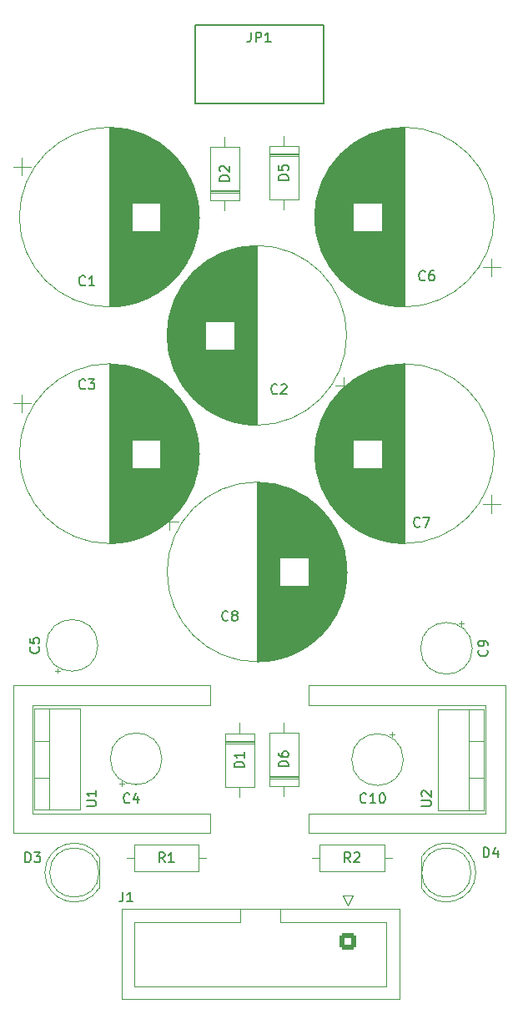
<source format=gto>
%TF.GenerationSoftware,KiCad,Pcbnew,(6.0.2)*%
%TF.CreationDate,2022-03-19T09:04:52+01:00*%
%TF.ProjectId,PSU,5053552e-6b69-4636-9164-5f7063625858,rev?*%
%TF.SameCoordinates,Original*%
%TF.FileFunction,Legend,Top*%
%TF.FilePolarity,Positive*%
%FSLAX46Y46*%
G04 Gerber Fmt 4.6, Leading zero omitted, Abs format (unit mm)*
G04 Created by KiCad (PCBNEW (6.0.2)) date 2022-03-19 09:04:52*
%MOMM*%
%LPD*%
G01*
G04 APERTURE LIST*
G04 Aperture macros list*
%AMRoundRect*
0 Rectangle with rounded corners*
0 $1 Rounding radius*
0 $2 $3 $4 $5 $6 $7 $8 $9 X,Y pos of 4 corners*
0 Add a 4 corners polygon primitive as box body*
4,1,4,$2,$3,$4,$5,$6,$7,$8,$9,$2,$3,0*
0 Add four circle primitives for the rounded corners*
1,1,$1+$1,$2,$3*
1,1,$1+$1,$4,$5*
1,1,$1+$1,$6,$7*
1,1,$1+$1,$8,$9*
0 Add four rect primitives between the rounded corners*
20,1,$1+$1,$2,$3,$4,$5,0*
20,1,$1+$1,$4,$5,$6,$7,0*
20,1,$1+$1,$6,$7,$8,$9,0*
20,1,$1+$1,$8,$9,$2,$3,0*%
G04 Aperture macros list end*
%ADD10C,0.150000*%
%ADD11C,0.120000*%
%ADD12C,0.200000*%
%ADD13R,1.600000X1.600000*%
%ADD14C,1.600000*%
%ADD15C,3.200000*%
%ADD16R,2.000000X1.905000*%
%ADD17O,2.000000X1.905000*%
%ADD18R,2.400000X2.400000*%
%ADD19C,2.400000*%
%ADD20RoundRect,0.250000X-0.600000X0.600000X-0.600000X-0.600000X0.600000X-0.600000X0.600000X0.600000X0*%
%ADD21C,1.700000*%
%ADD22R,1.800000X1.800000*%
%ADD23C,1.800000*%
%ADD24R,2.200000X2.200000*%
%ADD25O,2.200000X2.200000*%
%ADD26O,1.600000X1.600000*%
%ADD27R,3.000000X3.000000*%
%ADD28C,3.000000*%
G04 APERTURE END LIST*
D10*
%TO.C,C10*%
X95857142Y-129357142D02*
X95809523Y-129404761D01*
X95666666Y-129452380D01*
X95571428Y-129452380D01*
X95428571Y-129404761D01*
X95333333Y-129309523D01*
X95285714Y-129214285D01*
X95238095Y-129023809D01*
X95238095Y-128880952D01*
X95285714Y-128690476D01*
X95333333Y-128595238D01*
X95428571Y-128500000D01*
X95571428Y-128452380D01*
X95666666Y-128452380D01*
X95809523Y-128500000D01*
X95857142Y-128547619D01*
X96809523Y-129452380D02*
X96238095Y-129452380D01*
X96523809Y-129452380D02*
X96523809Y-128452380D01*
X96428571Y-128595238D01*
X96333333Y-128690476D01*
X96238095Y-128738095D01*
X97428571Y-128452380D02*
X97523809Y-128452380D01*
X97619047Y-128500000D01*
X97666666Y-128547619D01*
X97714285Y-128642857D01*
X97761904Y-128833333D01*
X97761904Y-129071428D01*
X97714285Y-129261904D01*
X97666666Y-129357142D01*
X97619047Y-129404761D01*
X97523809Y-129452380D01*
X97428571Y-129452380D01*
X97333333Y-129404761D01*
X97285714Y-129357142D01*
X97238095Y-129261904D01*
X97190476Y-129071428D01*
X97190476Y-128833333D01*
X97238095Y-128642857D01*
X97285714Y-128547619D01*
X97333333Y-128500000D01*
X97428571Y-128452380D01*
%TO.C,U2*%
X101452380Y-129761904D02*
X102261904Y-129761904D01*
X102357142Y-129714285D01*
X102404761Y-129666666D01*
X102452380Y-129571428D01*
X102452380Y-129380952D01*
X102404761Y-129285714D01*
X102357142Y-129238095D01*
X102261904Y-129190476D01*
X101452380Y-129190476D01*
X101547619Y-128761904D02*
X101500000Y-128714285D01*
X101452380Y-128619047D01*
X101452380Y-128380952D01*
X101500000Y-128285714D01*
X101547619Y-128238095D01*
X101642857Y-128190476D01*
X101738095Y-128190476D01*
X101880952Y-128238095D01*
X102452380Y-128809523D01*
X102452380Y-128190476D01*
%TO.C,C3*%
X67333333Y-87357142D02*
X67285714Y-87404761D01*
X67142857Y-87452380D01*
X67047619Y-87452380D01*
X66904761Y-87404761D01*
X66809523Y-87309523D01*
X66761904Y-87214285D01*
X66714285Y-87023809D01*
X66714285Y-86880952D01*
X66761904Y-86690476D01*
X66809523Y-86595238D01*
X66904761Y-86500000D01*
X67047619Y-86452380D01*
X67142857Y-86452380D01*
X67285714Y-86500000D01*
X67333333Y-86547619D01*
X67666666Y-86452380D02*
X68285714Y-86452380D01*
X67952380Y-86833333D01*
X68095238Y-86833333D01*
X68190476Y-86880952D01*
X68238095Y-86928571D01*
X68285714Y-87023809D01*
X68285714Y-87261904D01*
X68238095Y-87357142D01*
X68190476Y-87404761D01*
X68095238Y-87452380D01*
X67809523Y-87452380D01*
X67714285Y-87404761D01*
X67666666Y-87357142D01*
%TO.C,J1*%
X71166666Y-138452380D02*
X71166666Y-139166666D01*
X71119047Y-139309523D01*
X71023809Y-139404761D01*
X70880952Y-139452380D01*
X70785714Y-139452380D01*
X72166666Y-139452380D02*
X71595238Y-139452380D01*
X71880952Y-139452380D02*
X71880952Y-138452380D01*
X71785714Y-138595238D01*
X71690476Y-138690476D01*
X71595238Y-138738095D01*
%TO.C,D4*%
X107761904Y-134952380D02*
X107761904Y-133952380D01*
X108000000Y-133952380D01*
X108142857Y-134000000D01*
X108238095Y-134095238D01*
X108285714Y-134190476D01*
X108333333Y-134380952D01*
X108333333Y-134523809D01*
X108285714Y-134714285D01*
X108238095Y-134809523D01*
X108142857Y-134904761D01*
X108000000Y-134952380D01*
X107761904Y-134952380D01*
X109190476Y-134285714D02*
X109190476Y-134952380D01*
X108952380Y-133904761D02*
X108714285Y-134619047D01*
X109333333Y-134619047D01*
%TO.C,D6*%
X87952380Y-125738095D02*
X86952380Y-125738095D01*
X86952380Y-125500000D01*
X87000000Y-125357142D01*
X87095238Y-125261904D01*
X87190476Y-125214285D01*
X87380952Y-125166666D01*
X87523809Y-125166666D01*
X87714285Y-125214285D01*
X87809523Y-125261904D01*
X87904761Y-125357142D01*
X87952380Y-125500000D01*
X87952380Y-125738095D01*
X86952380Y-124309523D02*
X86952380Y-124500000D01*
X87000000Y-124595238D01*
X87047619Y-124642857D01*
X87190476Y-124738095D01*
X87380952Y-124785714D01*
X87761904Y-124785714D01*
X87857142Y-124738095D01*
X87904761Y-124690476D01*
X87952380Y-124595238D01*
X87952380Y-124404761D01*
X87904761Y-124309523D01*
X87857142Y-124261904D01*
X87761904Y-124214285D01*
X87523809Y-124214285D01*
X87428571Y-124261904D01*
X87380952Y-124309523D01*
X87333333Y-124404761D01*
X87333333Y-124595238D01*
X87380952Y-124690476D01*
X87428571Y-124738095D01*
X87523809Y-124785714D01*
%TO.C,C9*%
X108107142Y-113916666D02*
X108154761Y-113964285D01*
X108202380Y-114107142D01*
X108202380Y-114202380D01*
X108154761Y-114345238D01*
X108059523Y-114440476D01*
X107964285Y-114488095D01*
X107773809Y-114535714D01*
X107630952Y-114535714D01*
X107440476Y-114488095D01*
X107345238Y-114440476D01*
X107250000Y-114345238D01*
X107202380Y-114202380D01*
X107202380Y-114107142D01*
X107250000Y-113964285D01*
X107297619Y-113916666D01*
X108202380Y-113440476D02*
X108202380Y-113250000D01*
X108154761Y-113154761D01*
X108107142Y-113107142D01*
X107964285Y-113011904D01*
X107773809Y-112964285D01*
X107392857Y-112964285D01*
X107297619Y-113011904D01*
X107250000Y-113059523D01*
X107202380Y-113154761D01*
X107202380Y-113345238D01*
X107250000Y-113440476D01*
X107297619Y-113488095D01*
X107392857Y-113535714D01*
X107630952Y-113535714D01*
X107726190Y-113488095D01*
X107773809Y-113440476D01*
X107821428Y-113345238D01*
X107821428Y-113154761D01*
X107773809Y-113059523D01*
X107726190Y-113011904D01*
X107630952Y-112964285D01*
%TO.C,U1*%
X67452380Y-129761904D02*
X68261904Y-129761904D01*
X68357142Y-129714285D01*
X68404761Y-129666666D01*
X68452380Y-129571428D01*
X68452380Y-129380952D01*
X68404761Y-129285714D01*
X68357142Y-129238095D01*
X68261904Y-129190476D01*
X67452380Y-129190476D01*
X68452380Y-128190476D02*
X68452380Y-128761904D01*
X68452380Y-128476190D02*
X67452380Y-128476190D01*
X67595238Y-128571428D01*
X67690476Y-128666666D01*
X67738095Y-128761904D01*
%TO.C,R2*%
X94253333Y-135452380D02*
X93920000Y-134976190D01*
X93681904Y-135452380D02*
X93681904Y-134452380D01*
X94062857Y-134452380D01*
X94158095Y-134500000D01*
X94205714Y-134547619D01*
X94253333Y-134642857D01*
X94253333Y-134785714D01*
X94205714Y-134880952D01*
X94158095Y-134928571D01*
X94062857Y-134976190D01*
X93681904Y-134976190D01*
X94634285Y-134547619D02*
X94681904Y-134500000D01*
X94777142Y-134452380D01*
X95015238Y-134452380D01*
X95110476Y-134500000D01*
X95158095Y-134547619D01*
X95205714Y-134642857D01*
X95205714Y-134738095D01*
X95158095Y-134880952D01*
X94586666Y-135452380D01*
X95205714Y-135452380D01*
%TO.C,D5*%
X87952380Y-66238095D02*
X86952380Y-66238095D01*
X86952380Y-66000000D01*
X87000000Y-65857142D01*
X87095238Y-65761904D01*
X87190476Y-65714285D01*
X87380952Y-65666666D01*
X87523809Y-65666666D01*
X87714285Y-65714285D01*
X87809523Y-65761904D01*
X87904761Y-65857142D01*
X87952380Y-66000000D01*
X87952380Y-66238095D01*
X86952380Y-64761904D02*
X86952380Y-65238095D01*
X87428571Y-65285714D01*
X87380952Y-65238095D01*
X87333333Y-65142857D01*
X87333333Y-64904761D01*
X87380952Y-64809523D01*
X87428571Y-64761904D01*
X87523809Y-64714285D01*
X87761904Y-64714285D01*
X87857142Y-64761904D01*
X87904761Y-64809523D01*
X87952380Y-64904761D01*
X87952380Y-65142857D01*
X87904761Y-65238095D01*
X87857142Y-65285714D01*
%TO.C,C7*%
X101311113Y-101357142D02*
X101263494Y-101404761D01*
X101120637Y-101452380D01*
X101025399Y-101452380D01*
X100882541Y-101404761D01*
X100787303Y-101309523D01*
X100739684Y-101214285D01*
X100692065Y-101023809D01*
X100692065Y-100880952D01*
X100739684Y-100690476D01*
X100787303Y-100595238D01*
X100882541Y-100500000D01*
X101025399Y-100452380D01*
X101120637Y-100452380D01*
X101263494Y-100500000D01*
X101311113Y-100547619D01*
X101644446Y-100452380D02*
X102311113Y-100452380D01*
X101882541Y-101452380D01*
%TO.C,C8*%
X81833333Y-110857142D02*
X81785714Y-110904761D01*
X81642857Y-110952380D01*
X81547619Y-110952380D01*
X81404761Y-110904761D01*
X81309523Y-110809523D01*
X81261904Y-110714285D01*
X81214285Y-110523809D01*
X81214285Y-110380952D01*
X81261904Y-110190476D01*
X81309523Y-110095238D01*
X81404761Y-110000000D01*
X81547619Y-109952380D01*
X81642857Y-109952380D01*
X81785714Y-110000000D01*
X81833333Y-110047619D01*
X82404761Y-110380952D02*
X82309523Y-110333333D01*
X82261904Y-110285714D01*
X82214285Y-110190476D01*
X82214285Y-110142857D01*
X82261904Y-110047619D01*
X82309523Y-110000000D01*
X82404761Y-109952380D01*
X82595238Y-109952380D01*
X82690476Y-110000000D01*
X82738095Y-110047619D01*
X82785714Y-110142857D01*
X82785714Y-110190476D01*
X82738095Y-110285714D01*
X82690476Y-110333333D01*
X82595238Y-110380952D01*
X82404761Y-110380952D01*
X82309523Y-110428571D01*
X82261904Y-110476190D01*
X82214285Y-110571428D01*
X82214285Y-110761904D01*
X82261904Y-110857142D01*
X82309523Y-110904761D01*
X82404761Y-110952380D01*
X82595238Y-110952380D01*
X82690476Y-110904761D01*
X82738095Y-110857142D01*
X82785714Y-110761904D01*
X82785714Y-110571428D01*
X82738095Y-110476190D01*
X82690476Y-110428571D01*
X82595238Y-110380952D01*
%TO.C,R1*%
X75413333Y-135452380D02*
X75080000Y-134976190D01*
X74841904Y-135452380D02*
X74841904Y-134452380D01*
X75222857Y-134452380D01*
X75318095Y-134500000D01*
X75365714Y-134547619D01*
X75413333Y-134642857D01*
X75413333Y-134785714D01*
X75365714Y-134880952D01*
X75318095Y-134928571D01*
X75222857Y-134976190D01*
X74841904Y-134976190D01*
X76365714Y-135452380D02*
X75794285Y-135452380D01*
X76080000Y-135452380D02*
X76080000Y-134452380D01*
X75984761Y-134595238D01*
X75889523Y-134690476D01*
X75794285Y-134738095D01*
%TO.C,D2*%
X81952380Y-66318095D02*
X80952380Y-66318095D01*
X80952380Y-66080000D01*
X81000000Y-65937142D01*
X81095238Y-65841904D01*
X81190476Y-65794285D01*
X81380952Y-65746666D01*
X81523809Y-65746666D01*
X81714285Y-65794285D01*
X81809523Y-65841904D01*
X81904761Y-65937142D01*
X81952380Y-66080000D01*
X81952380Y-66318095D01*
X81047619Y-65365714D02*
X81000000Y-65318095D01*
X80952380Y-65222857D01*
X80952380Y-64984761D01*
X81000000Y-64889523D01*
X81047619Y-64841904D01*
X81142857Y-64794285D01*
X81238095Y-64794285D01*
X81380952Y-64841904D01*
X81952380Y-65413333D01*
X81952380Y-64794285D01*
%TO.C,C4*%
X71833333Y-129357142D02*
X71785714Y-129404761D01*
X71642857Y-129452380D01*
X71547619Y-129452380D01*
X71404761Y-129404761D01*
X71309523Y-129309523D01*
X71261904Y-129214285D01*
X71214285Y-129023809D01*
X71214285Y-128880952D01*
X71261904Y-128690476D01*
X71309523Y-128595238D01*
X71404761Y-128500000D01*
X71547619Y-128452380D01*
X71642857Y-128452380D01*
X71785714Y-128500000D01*
X71833333Y-128547619D01*
X72690476Y-128785714D02*
X72690476Y-129452380D01*
X72452380Y-128404761D02*
X72214285Y-129119047D01*
X72833333Y-129119047D01*
%TO.C,C2*%
X86833333Y-87857142D02*
X86785714Y-87904761D01*
X86642857Y-87952380D01*
X86547619Y-87952380D01*
X86404761Y-87904761D01*
X86309523Y-87809523D01*
X86261904Y-87714285D01*
X86214285Y-87523809D01*
X86214285Y-87380952D01*
X86261904Y-87190476D01*
X86309523Y-87095238D01*
X86404761Y-87000000D01*
X86547619Y-86952380D01*
X86642857Y-86952380D01*
X86785714Y-87000000D01*
X86833333Y-87047619D01*
X87214285Y-87047619D02*
X87261904Y-87000000D01*
X87357142Y-86952380D01*
X87595238Y-86952380D01*
X87690476Y-87000000D01*
X87738095Y-87047619D01*
X87785714Y-87142857D01*
X87785714Y-87238095D01*
X87738095Y-87380952D01*
X87166666Y-87952380D01*
X87785714Y-87952380D01*
%TO.C,D3*%
X61261904Y-135452380D02*
X61261904Y-134452380D01*
X61500000Y-134452380D01*
X61642857Y-134500000D01*
X61738095Y-134595238D01*
X61785714Y-134690476D01*
X61833333Y-134880952D01*
X61833333Y-135023809D01*
X61785714Y-135214285D01*
X61738095Y-135309523D01*
X61642857Y-135404761D01*
X61500000Y-135452380D01*
X61261904Y-135452380D01*
X62166666Y-134452380D02*
X62785714Y-134452380D01*
X62452380Y-134833333D01*
X62595238Y-134833333D01*
X62690476Y-134880952D01*
X62738095Y-134928571D01*
X62785714Y-135023809D01*
X62785714Y-135261904D01*
X62738095Y-135357142D01*
X62690476Y-135404761D01*
X62595238Y-135452380D01*
X62309523Y-135452380D01*
X62214285Y-135404761D01*
X62166666Y-135357142D01*
%TO.C,C1*%
X67333333Y-76857142D02*
X67285714Y-76904761D01*
X67142857Y-76952380D01*
X67047619Y-76952380D01*
X66904761Y-76904761D01*
X66809523Y-76809523D01*
X66761904Y-76714285D01*
X66714285Y-76523809D01*
X66714285Y-76380952D01*
X66761904Y-76190476D01*
X66809523Y-76095238D01*
X66904761Y-76000000D01*
X67047619Y-75952380D01*
X67142857Y-75952380D01*
X67285714Y-76000000D01*
X67333333Y-76047619D01*
X68285714Y-76952380D02*
X67714285Y-76952380D01*
X68000000Y-76952380D02*
X68000000Y-75952380D01*
X67904761Y-76095238D01*
X67809523Y-76190476D01*
X67714285Y-76238095D01*
%TO.C,C5*%
X62607142Y-113621779D02*
X62654761Y-113669398D01*
X62702380Y-113812255D01*
X62702380Y-113907493D01*
X62654761Y-114050351D01*
X62559523Y-114145589D01*
X62464285Y-114193208D01*
X62273809Y-114240827D01*
X62130952Y-114240827D01*
X61940476Y-114193208D01*
X61845238Y-114145589D01*
X61750000Y-114050351D01*
X61702380Y-113907493D01*
X61702380Y-113812255D01*
X61750000Y-113669398D01*
X61797619Y-113621779D01*
X61702380Y-112717017D02*
X61702380Y-113193208D01*
X62178571Y-113240827D01*
X62130952Y-113193208D01*
X62083333Y-113097970D01*
X62083333Y-112859874D01*
X62130952Y-112764636D01*
X62178571Y-112717017D01*
X62273809Y-112669398D01*
X62511904Y-112669398D01*
X62607142Y-112717017D01*
X62654761Y-112764636D01*
X62702380Y-112859874D01*
X62702380Y-113097970D01*
X62654761Y-113193208D01*
X62607142Y-113240827D01*
%TO.C,D1*%
X83452380Y-125818095D02*
X82452380Y-125818095D01*
X82452380Y-125580000D01*
X82500000Y-125437142D01*
X82595238Y-125341904D01*
X82690476Y-125294285D01*
X82880952Y-125246666D01*
X83023809Y-125246666D01*
X83214285Y-125294285D01*
X83309523Y-125341904D01*
X83404761Y-125437142D01*
X83452380Y-125580000D01*
X83452380Y-125818095D01*
X83452380Y-124294285D02*
X83452380Y-124865714D01*
X83452380Y-124580000D02*
X82452380Y-124580000D01*
X82595238Y-124675238D01*
X82690476Y-124770476D01*
X82738095Y-124865714D01*
%TO.C,C6*%
X101833333Y-76357142D02*
X101785714Y-76404761D01*
X101642857Y-76452380D01*
X101547619Y-76452380D01*
X101404761Y-76404761D01*
X101309523Y-76309523D01*
X101261904Y-76214285D01*
X101214285Y-76023809D01*
X101214285Y-75880952D01*
X101261904Y-75690476D01*
X101309523Y-75595238D01*
X101404761Y-75500000D01*
X101547619Y-75452380D01*
X101642857Y-75452380D01*
X101785714Y-75500000D01*
X101833333Y-75547619D01*
X102690476Y-75452380D02*
X102500000Y-75452380D01*
X102404761Y-75500000D01*
X102357142Y-75547619D01*
X102261904Y-75690476D01*
X102214285Y-75880952D01*
X102214285Y-76261904D01*
X102261904Y-76357142D01*
X102309523Y-76404761D01*
X102404761Y-76452380D01*
X102595238Y-76452380D01*
X102690476Y-76404761D01*
X102738095Y-76357142D01*
X102785714Y-76261904D01*
X102785714Y-76023809D01*
X102738095Y-75928571D01*
X102690476Y-75880952D01*
X102595238Y-75833333D01*
X102404761Y-75833333D01*
X102309523Y-75880952D01*
X102261904Y-75928571D01*
X102214285Y-76023809D01*
%TO.C,JP1*%
X84166666Y-51252380D02*
X84166666Y-51966666D01*
X84119047Y-52109523D01*
X84023809Y-52204761D01*
X83880952Y-52252380D01*
X83785714Y-52252380D01*
X84642857Y-52252380D02*
X84642857Y-51252380D01*
X85023809Y-51252380D01*
X85119047Y-51300000D01*
X85166666Y-51347619D01*
X85214285Y-51442857D01*
X85214285Y-51585714D01*
X85166666Y-51680952D01*
X85119047Y-51728571D01*
X85023809Y-51776190D01*
X84642857Y-51776190D01*
X86166666Y-52252380D02*
X85595238Y-52252380D01*
X85880952Y-52252380D02*
X85880952Y-51252380D01*
X85785714Y-51395238D01*
X85690476Y-51490476D01*
X85595238Y-51538095D01*
D11*
%TO.C,C10*%
X98475000Y-122240113D02*
X98475000Y-122740113D01*
X98725000Y-122490113D02*
X98225000Y-122490113D01*
X99620000Y-125044888D02*
G75*
G03*
X99620000Y-125044888I-2620000J0D01*
G01*
%TO.C,U2*%
X107770000Y-119920000D02*
X107770000Y-130160000D01*
X107770000Y-126891000D02*
X106260000Y-126891000D01*
X107770000Y-130160000D02*
X103129000Y-130160000D01*
X107770000Y-123190000D02*
X106260000Y-123190000D01*
X106260000Y-119920000D02*
X106260000Y-130160000D01*
X107770000Y-119920000D02*
X103129000Y-119920000D01*
X103129000Y-119920000D02*
X103129000Y-130160000D01*
%TO.C,C3*%
X73533220Y-95440000D02*
X73533220Y-102269000D01*
X77013220Y-88494000D02*
X77013220Y-99506000D01*
X72573220Y-95440000D02*
X72573220Y-102640000D01*
X77533220Y-89248000D02*
X77533220Y-98752000D01*
X71613220Y-85107000D02*
X71613220Y-102893000D01*
X72973220Y-95440000D02*
X72973220Y-102501000D01*
X73613220Y-95440000D02*
X73613220Y-102233000D01*
X77493220Y-89184000D02*
X77493220Y-98816000D01*
X71253220Y-85040000D02*
X71253220Y-102960000D01*
X73613220Y-85767000D02*
X73613220Y-92560000D01*
X76733220Y-88146000D02*
X76733220Y-99854000D01*
X73373220Y-95440000D02*
X73373220Y-102340000D01*
X75453220Y-86904000D02*
X75453220Y-101096000D01*
X73493220Y-85713000D02*
X73493220Y-92560000D01*
X74853220Y-86465000D02*
X74853220Y-92560000D01*
X72213220Y-85252000D02*
X72213220Y-92560000D01*
X73133220Y-85561000D02*
X73133220Y-92560000D01*
X74053220Y-85986000D02*
X74053220Y-92560000D01*
X71693220Y-85124000D02*
X71693220Y-102876000D01*
X73853220Y-85883000D02*
X73853220Y-92560000D01*
X72853220Y-95440000D02*
X72853220Y-102545000D01*
X72893220Y-85470000D02*
X72893220Y-92560000D01*
X69972220Y-84922000D02*
X69972220Y-103078000D01*
X77373220Y-88998000D02*
X77373220Y-99002000D01*
X77453220Y-89121000D02*
X77453220Y-98879000D01*
X60912780Y-87985000D02*
X60912780Y-89785000D01*
X70252220Y-84932000D02*
X70252220Y-103068000D01*
X75813220Y-87206000D02*
X75813220Y-100794000D01*
X76413220Y-87788000D02*
X76413220Y-100212000D01*
X70212220Y-84930000D02*
X70212220Y-103070000D01*
X75133220Y-86661000D02*
X75133220Y-101339000D01*
X70573220Y-84955000D02*
X70573220Y-103045000D01*
X74533220Y-95440000D02*
X74533220Y-101740000D01*
X76453220Y-87830000D02*
X76453220Y-100170000D01*
X78052220Y-90216000D02*
X78052220Y-97784000D01*
X73733220Y-85824000D02*
X73733220Y-92560000D01*
X78132220Y-90395000D02*
X78132220Y-97605000D01*
X72813220Y-95440000D02*
X72813220Y-102559000D01*
X76133220Y-87503000D02*
X76133220Y-100497000D01*
X73773220Y-95440000D02*
X73773220Y-102156000D01*
X77613220Y-89380000D02*
X77613220Y-98620000D01*
X70452220Y-84945000D02*
X70452220Y-103055000D01*
X74573220Y-95440000D02*
X74573220Y-101715000D01*
X78452220Y-91241000D02*
X78452220Y-96759000D01*
X70813220Y-84979000D02*
X70813220Y-103021000D01*
X74093220Y-86008000D02*
X74093220Y-92560000D01*
X60012780Y-88885000D02*
X61812780Y-88885000D01*
X69892220Y-84920000D02*
X69892220Y-103080000D01*
X76613220Y-88007000D02*
X76613220Y-99993000D01*
X74373220Y-95440000D02*
X74373220Y-101835000D01*
X72933220Y-85484000D02*
X72933220Y-92560000D01*
X73973220Y-95440000D02*
X73973220Y-102056000D01*
X71453220Y-85076000D02*
X71453220Y-102924000D01*
X77253220Y-88822000D02*
X77253220Y-99178000D01*
X75653220Y-87068000D02*
X75653220Y-100932000D01*
X74413220Y-95440000D02*
X74413220Y-101812000D01*
X74973220Y-86547000D02*
X74973220Y-101453000D01*
X74933220Y-86520000D02*
X74933220Y-92560000D01*
X72133220Y-85230000D02*
X72133220Y-92560000D01*
X70092220Y-84925000D02*
X70092220Y-103075000D01*
X70973220Y-84999000D02*
X70973220Y-103001000D01*
X72493220Y-85335000D02*
X72493220Y-92560000D01*
X76373220Y-87746000D02*
X76373220Y-100254000D01*
X78532220Y-91502000D02*
X78532220Y-96498000D01*
X78212220Y-90584000D02*
X78212220Y-97416000D01*
X72613220Y-95440000D02*
X72613220Y-102627000D01*
X77173220Y-88709000D02*
X77173220Y-99291000D01*
X72093220Y-95440000D02*
X72093220Y-102780000D01*
X74053220Y-95440000D02*
X74053220Y-102014000D01*
X74453220Y-95440000D02*
X74453220Y-101788000D01*
X74133220Y-86029000D02*
X74133220Y-92560000D01*
X70613220Y-84958000D02*
X70613220Y-103042000D01*
X70172220Y-84928000D02*
X70172220Y-103072000D01*
X78812220Y-92834000D02*
X78812220Y-95166000D01*
X74813220Y-86439000D02*
X74813220Y-92560000D01*
X76493220Y-87874000D02*
X76493220Y-100126000D01*
X78652220Y-91961000D02*
X78652220Y-96039000D01*
X74213220Y-95440000D02*
X74213220Y-101927000D01*
X74133220Y-95440000D02*
X74133220Y-101971000D01*
X74253220Y-95440000D02*
X74253220Y-101904000D01*
X75493220Y-86936000D02*
X75493220Y-101064000D01*
X75053220Y-86603000D02*
X75053220Y-101397000D01*
X72653220Y-85386000D02*
X72653220Y-92560000D01*
X75253220Y-86750000D02*
X75253220Y-101250000D01*
X70933220Y-84994000D02*
X70933220Y-103006000D01*
X73413220Y-85677000D02*
X73413220Y-92560000D01*
X73173220Y-95440000D02*
X73173220Y-102423000D01*
X71413220Y-85068000D02*
X71413220Y-102932000D01*
X74173220Y-95440000D02*
X74173220Y-101949000D01*
X78492220Y-91368000D02*
X78492220Y-96632000D01*
X77773220Y-89661000D02*
X77773220Y-98339000D01*
X76053220Y-87426000D02*
X76053220Y-100574000D01*
X75733220Y-87136000D02*
X75733220Y-100864000D01*
X73093220Y-85545000D02*
X73093220Y-92560000D01*
X78572220Y-91645000D02*
X78572220Y-96355000D01*
X74213220Y-86073000D02*
X74213220Y-92560000D01*
X71573220Y-85099000D02*
X71573220Y-102901000D01*
X77653220Y-89448000D02*
X77653220Y-98552000D01*
X74533220Y-86260000D02*
X74533220Y-92560000D01*
X77293220Y-88880000D02*
X77293220Y-99120000D01*
X72693220Y-85400000D02*
X72693220Y-92560000D01*
X72733220Y-85413000D02*
X72733220Y-92560000D01*
X78612220Y-91797000D02*
X78612220Y-96203000D01*
X76293220Y-87663000D02*
X76293220Y-100337000D01*
X72293220Y-95440000D02*
X72293220Y-102725000D01*
X70693220Y-84966000D02*
X70693220Y-103034000D01*
X72613220Y-85373000D02*
X72613220Y-92560000D01*
X74613220Y-86310000D02*
X74613220Y-92560000D01*
X74093220Y-95440000D02*
X74093220Y-101992000D01*
X75173220Y-86690000D02*
X75173220Y-101310000D01*
X78772220Y-92565000D02*
X78772220Y-95435000D01*
X69812220Y-84920000D02*
X69812220Y-103080000D01*
X70372220Y-84939000D02*
X70372220Y-103061000D01*
X76933220Y-88391000D02*
X76933220Y-99609000D01*
X72773220Y-95440000D02*
X72773220Y-102573000D01*
X74693220Y-86360000D02*
X74693220Y-92560000D01*
X74333220Y-95440000D02*
X74333220Y-101859000D01*
X75533220Y-86969000D02*
X75533220Y-101031000D01*
X72573220Y-85360000D02*
X72573220Y-92560000D01*
X77133220Y-88654000D02*
X77133220Y-99346000D01*
X73693220Y-95440000D02*
X73693220Y-102195000D01*
X71093220Y-85016000D02*
X71093220Y-102984000D01*
X72133220Y-95440000D02*
X72133220Y-102770000D01*
X74773220Y-86412000D02*
X74773220Y-92560000D01*
X74733220Y-86386000D02*
X74733220Y-92560000D01*
X76213220Y-87582000D02*
X76213220Y-100418000D01*
X69852220Y-84920000D02*
X69852220Y-103080000D01*
X72413220Y-95440000D02*
X72413220Y-102690000D01*
X78292220Y-90786000D02*
X78292220Y-97214000D01*
X73773220Y-85844000D02*
X73773220Y-92560000D01*
X72333220Y-85286000D02*
X72333220Y-92560000D01*
X72693220Y-95440000D02*
X72693220Y-102600000D01*
X73813220Y-85863000D02*
X73813220Y-92560000D01*
X77972220Y-90048000D02*
X77972220Y-97952000D01*
X75893220Y-87278000D02*
X75893220Y-100722000D01*
X74293220Y-95440000D02*
X74293220Y-101882000D01*
X75293220Y-86780000D02*
X75293220Y-101220000D01*
X73413220Y-95440000D02*
X73413220Y-102323000D01*
X74613220Y-95440000D02*
X74613220Y-101690000D01*
X77813220Y-89735000D02*
X77813220Y-98265000D01*
X73573220Y-85749000D02*
X73573220Y-92560000D01*
X74813220Y-95440000D02*
X74813220Y-101561000D01*
X70533220Y-84951000D02*
X70533220Y-103049000D01*
X75333220Y-86810000D02*
X75333220Y-101190000D01*
X71733220Y-85133000D02*
X71733220Y-102867000D01*
X76813220Y-88242000D02*
X76813220Y-99758000D01*
X72813220Y-85441000D02*
X72813220Y-92560000D01*
X74773220Y-95440000D02*
X74773220Y-101588000D01*
X76573220Y-87962000D02*
X76573220Y-100038000D01*
X75013220Y-86575000D02*
X75013220Y-101425000D01*
X71213220Y-85034000D02*
X71213220Y-102966000D01*
X77573220Y-89314000D02*
X77573220Y-98686000D01*
X74413220Y-86188000D02*
X74413220Y-92560000D01*
X70412220Y-84942000D02*
X70412220Y-103058000D01*
X76253220Y-87622000D02*
X76253220Y-100378000D01*
X70332220Y-84937000D02*
X70332220Y-103063000D01*
X71973220Y-85189000D02*
X71973220Y-102811000D01*
X76773220Y-88194000D02*
X76773220Y-99806000D01*
X73053220Y-95440000D02*
X73053220Y-102470000D01*
X73293220Y-95440000D02*
X73293220Y-102374000D01*
X73253220Y-95440000D02*
X73253220Y-102390000D01*
X72893220Y-95440000D02*
X72893220Y-102530000D01*
X70493220Y-84948000D02*
X70493220Y-103052000D01*
X77053220Y-88546000D02*
X77053220Y-99454000D01*
X74573220Y-86285000D02*
X74573220Y-92560000D01*
X72533220Y-85347000D02*
X72533220Y-92560000D01*
X71533220Y-85091000D02*
X71533220Y-102909000D01*
X71653220Y-85115000D02*
X71653220Y-102885000D01*
X75213220Y-86720000D02*
X75213220Y-101280000D01*
X74173220Y-86051000D02*
X74173220Y-92560000D01*
X72373220Y-95440000D02*
X72373220Y-102702000D01*
X76533220Y-87918000D02*
X76533220Y-100082000D01*
X71853220Y-85160000D02*
X71853220Y-102840000D01*
X74333220Y-86141000D02*
X74333220Y-92560000D01*
X77413220Y-89059000D02*
X77413220Y-98941000D01*
X73813220Y-95440000D02*
X73813220Y-102137000D01*
X74493220Y-95440000D02*
X74493220Y-101764000D01*
X77733220Y-89588000D02*
X77733220Y-98412000D01*
X71293220Y-85047000D02*
X71293220Y-102953000D01*
X77893220Y-89887000D02*
X77893220Y-98113000D01*
X74893220Y-86492000D02*
X74893220Y-92560000D01*
X71173220Y-85028000D02*
X71173220Y-102972000D01*
X74693220Y-95440000D02*
X74693220Y-101640000D01*
X73213220Y-95440000D02*
X73213220Y-102407000D01*
X71773220Y-85142000D02*
X71773220Y-102858000D01*
X72453220Y-85322000D02*
X72453220Y-92560000D01*
X73333220Y-85643000D02*
X73333220Y-92560000D01*
X71133220Y-85021000D02*
X71133220Y-102979000D01*
X71333220Y-85054000D02*
X71333220Y-102946000D01*
X73973220Y-85944000D02*
X73973220Y-92560000D01*
X77693220Y-89518000D02*
X77693220Y-98482000D01*
X76653220Y-88053000D02*
X76653220Y-99947000D01*
X78412220Y-91120000D02*
X78412220Y-96880000D01*
X74013220Y-95440000D02*
X74013220Y-102035000D01*
X72773220Y-85427000D02*
X72773220Y-92560000D01*
X72413220Y-85310000D02*
X72413220Y-92560000D01*
X78852220Y-93186000D02*
X78852220Y-94814000D01*
X73893220Y-95440000D02*
X73893220Y-102097000D01*
X73733220Y-95440000D02*
X73733220Y-102176000D01*
X76693220Y-88099000D02*
X76693220Y-99901000D01*
X76173220Y-87542000D02*
X76173220Y-100458000D01*
X72493220Y-95440000D02*
X72493220Y-102665000D01*
X71893220Y-85169000D02*
X71893220Y-102831000D01*
X74653220Y-86335000D02*
X74653220Y-92560000D01*
X71013220Y-85004000D02*
X71013220Y-102996000D01*
X72533220Y-95440000D02*
X72533220Y-102653000D01*
X73933220Y-85924000D02*
X73933220Y-92560000D01*
X74293220Y-86118000D02*
X74293220Y-92560000D01*
X71493220Y-85083000D02*
X71493220Y-102917000D01*
X74453220Y-86212000D02*
X74453220Y-92560000D01*
X74373220Y-86165000D02*
X74373220Y-92560000D01*
X77853220Y-89810000D02*
X77853220Y-98190000D01*
X72933220Y-95440000D02*
X72933220Y-102516000D01*
X73013220Y-95440000D02*
X73013220Y-102486000D01*
X77333220Y-88938000D02*
X77333220Y-99062000D01*
X73013220Y-85514000D02*
X73013220Y-92560000D01*
X72293220Y-85275000D02*
X72293220Y-92560000D01*
X73213220Y-85593000D02*
X73213220Y-92560000D01*
X74253220Y-86096000D02*
X74253220Y-92560000D01*
X78372220Y-91004000D02*
X78372220Y-96996000D01*
X73253220Y-85610000D02*
X73253220Y-92560000D01*
X72093220Y-85220000D02*
X72093220Y-92560000D01*
X71813220Y-85151000D02*
X71813220Y-102849000D01*
X72013220Y-85199000D02*
X72013220Y-102801000D01*
X73653220Y-95440000D02*
X73653220Y-102214000D01*
X72053220Y-85209000D02*
X72053220Y-102791000D01*
X71053220Y-85010000D02*
X71053220Y-102990000D01*
X70893220Y-84989000D02*
X70893220Y-103011000D01*
X70012220Y-84923000D02*
X70012220Y-103077000D01*
X75573220Y-87001000D02*
X75573220Y-100999000D01*
X70853220Y-84984000D02*
X70853220Y-103016000D01*
X70132220Y-84927000D02*
X70132220Y-103073000D01*
X74893220Y-95440000D02*
X74893220Y-101508000D01*
X70733220Y-84970000D02*
X70733220Y-103030000D01*
X73493220Y-95440000D02*
X73493220Y-102287000D01*
X75693220Y-87102000D02*
X75693220Y-100898000D01*
X73173220Y-85577000D02*
X73173220Y-92560000D01*
X71933220Y-85179000D02*
X71933220Y-102821000D01*
X76893220Y-88340000D02*
X76893220Y-99660000D01*
X78692220Y-92140000D02*
X78692220Y-95860000D01*
X75613220Y-87035000D02*
X75613220Y-100965000D01*
X70773220Y-84974000D02*
X70773220Y-103026000D01*
X73133220Y-95440000D02*
X73133220Y-102439000D01*
X77933220Y-89967000D02*
X77933220Y-98033000D01*
X72213220Y-95440000D02*
X72213220Y-102748000D01*
X73853220Y-95440000D02*
X73853220Y-102117000D01*
X78332220Y-90893000D02*
X78332220Y-97107000D01*
X72853220Y-85455000D02*
X72853220Y-92560000D01*
X72173220Y-95440000D02*
X72173220Y-102759000D01*
X76333220Y-87704000D02*
X76333220Y-100296000D01*
X74493220Y-86236000D02*
X74493220Y-92560000D01*
X75093220Y-86632000D02*
X75093220Y-101368000D01*
X70653220Y-84962000D02*
X70653220Y-103038000D01*
X73373220Y-85660000D02*
X73373220Y-92560000D01*
X72973220Y-85499000D02*
X72973220Y-92560000D01*
X70052220Y-84924000D02*
X70052220Y-103076000D01*
X76973220Y-88442000D02*
X76973220Y-99558000D01*
X75413220Y-86873000D02*
X75413220Y-101127000D01*
X73453220Y-95440000D02*
X73453220Y-102305000D01*
X78092220Y-90304000D02*
X78092220Y-97696000D01*
X72173220Y-85241000D02*
X72173220Y-92560000D01*
X74013220Y-85965000D02*
X74013220Y-92560000D01*
X75853220Y-87242000D02*
X75853220Y-100758000D01*
X73293220Y-85626000D02*
X73293220Y-92560000D01*
X73693220Y-85805000D02*
X73693220Y-92560000D01*
X75933220Y-87314000D02*
X75933220Y-100686000D01*
X70292220Y-84934000D02*
X70292220Y-103066000D01*
X78892220Y-93960000D02*
X78892220Y-94040000D01*
X77213220Y-88765000D02*
X77213220Y-99235000D01*
X72733220Y-95440000D02*
X72733220Y-102587000D01*
X77093220Y-88600000D02*
X77093220Y-99400000D01*
X72453220Y-95440000D02*
X72453220Y-102678000D01*
X69772220Y-84919000D02*
X69772220Y-103081000D01*
X78252220Y-90683000D02*
X78252220Y-97317000D01*
X76013220Y-87388000D02*
X76013220Y-100612000D01*
X73573220Y-95440000D02*
X73573220Y-102251000D01*
X73333220Y-95440000D02*
X73333220Y-102357000D01*
X73653220Y-85786000D02*
X73653220Y-92560000D01*
X74853220Y-95440000D02*
X74853220Y-101535000D01*
X72653220Y-95440000D02*
X72653220Y-102614000D01*
X78172220Y-90488000D02*
X78172220Y-97512000D01*
X74653220Y-95440000D02*
X74653220Y-101665000D01*
X72253220Y-85263000D02*
X72253220Y-92560000D01*
X76093220Y-87464000D02*
X76093220Y-100536000D01*
X69932220Y-84921000D02*
X69932220Y-103079000D01*
X73053220Y-85530000D02*
X73053220Y-92560000D01*
X73093220Y-95440000D02*
X73093220Y-102455000D01*
X73893220Y-85903000D02*
X73893220Y-92560000D01*
X75773220Y-87171000D02*
X75773220Y-100829000D01*
X71373220Y-85061000D02*
X71373220Y-102939000D01*
X74933220Y-95440000D02*
X74933220Y-101480000D01*
X78012220Y-90131000D02*
X78012220Y-97869000D01*
X76853220Y-88291000D02*
X76853220Y-99709000D01*
X75973220Y-87351000D02*
X75973220Y-100649000D01*
X72373220Y-85298000D02*
X72373220Y-92560000D01*
X73533220Y-85731000D02*
X73533220Y-92560000D01*
X72253220Y-95440000D02*
X72253220Y-102737000D01*
X73933220Y-95440000D02*
X73933220Y-102076000D01*
X73453220Y-85695000D02*
X73453220Y-92560000D01*
X75373220Y-86841000D02*
X75373220Y-101159000D01*
X78732220Y-92339000D02*
X78732220Y-95661000D01*
X74733220Y-95440000D02*
X74733220Y-101614000D01*
X72333220Y-95440000D02*
X72333220Y-102714000D01*
X78892220Y-94000000D02*
G75*
G03*
X78892220Y-94000000I-9120000J0D01*
G01*
%TO.C,J1*%
X72310000Y-148020000D02*
X72310000Y-141520000D01*
X93500000Y-138820000D02*
X94000000Y-139820000D01*
X72310000Y-141520000D02*
X83060000Y-141520000D01*
X99210000Y-149330000D02*
X71010000Y-149330000D01*
X83060000Y-141520000D02*
X83060000Y-140210000D01*
X71010000Y-140210000D02*
X99210000Y-140210000D01*
X97910000Y-148020000D02*
X72310000Y-148020000D01*
X87160000Y-141520000D02*
X97910000Y-141520000D01*
X83060000Y-141520000D02*
X83060000Y-141520000D01*
X99210000Y-140210000D02*
X99210000Y-149330000D01*
X94500000Y-138820000D02*
X93500000Y-138820000D01*
X71010000Y-149330000D02*
X71010000Y-140210000D01*
X97910000Y-141520000D02*
X97910000Y-148020000D01*
X94000000Y-139820000D02*
X94500000Y-138820000D01*
X87160000Y-140210000D02*
X87160000Y-141520000D01*
%TO.C,D4*%
X101435000Y-134955000D02*
X101435000Y-138045000D01*
X101435000Y-138044830D02*
G75*
G03*
X106985000Y-136499538I2560000J1544830D01*
G01*
X106985000Y-136500462D02*
G75*
G03*
X101435000Y-134955170I-2990000J462D01*
G01*
X106495000Y-136500000D02*
G75*
G03*
X106495000Y-136500000I-2500000J0D01*
G01*
%TO.C,D6*%
X87500000Y-121260000D02*
X87500000Y-122280000D01*
X86030000Y-126820000D02*
X88970000Y-126820000D01*
X88970000Y-127720000D02*
X88970000Y-122280000D01*
X86030000Y-126940000D02*
X88970000Y-126940000D01*
X86030000Y-126700000D02*
X88970000Y-126700000D01*
X86030000Y-127720000D02*
X88970000Y-127720000D01*
X86030000Y-122280000D02*
X86030000Y-127720000D01*
X87500000Y-128740000D02*
X87500000Y-127720000D01*
X88970000Y-122280000D02*
X86030000Y-122280000D01*
%TO.C,C9*%
X105475000Y-110945225D02*
X105475000Y-111445225D01*
X105725000Y-111195225D02*
X105225000Y-111195225D01*
X106620000Y-113750000D02*
G75*
G03*
X106620000Y-113750000I-2620000J0D01*
G01*
%TO.C,REF\u002A\u002A*%
X80000000Y-119500000D02*
X62000000Y-119500000D01*
X80000000Y-119500000D02*
X80000000Y-117500000D01*
X60000000Y-132500000D02*
X80000000Y-132500000D01*
X80000000Y-117500000D02*
X60000000Y-117500000D01*
X62000000Y-130500000D02*
X62000000Y-119500000D01*
X60000000Y-132500000D02*
X60000000Y-117500000D01*
X80000000Y-132500000D02*
X80000000Y-130500000D01*
X62000000Y-130500000D02*
X80000000Y-130500000D01*
%TO.C,U1*%
X62190000Y-119880000D02*
X66831000Y-119880000D01*
X62190000Y-130120000D02*
X66831000Y-130120000D01*
X66831000Y-130120000D02*
X66831000Y-119880000D01*
X63700000Y-130120000D02*
X63700000Y-119880000D01*
X62190000Y-126850000D02*
X63700000Y-126850000D01*
X62190000Y-123149000D02*
X63700000Y-123149000D01*
X62190000Y-130120000D02*
X62190000Y-119880000D01*
%TO.C,R2*%
X97690000Y-133630000D02*
X91150000Y-133630000D01*
X91150000Y-133630000D02*
X91150000Y-136370000D01*
X91150000Y-136370000D02*
X97690000Y-136370000D01*
X90380000Y-135000000D02*
X91150000Y-135000000D01*
X98460000Y-135000000D02*
X97690000Y-135000000D01*
X97690000Y-136370000D02*
X97690000Y-133630000D01*
%TO.C,D5*%
X88970000Y-63680000D02*
X86030000Y-63680000D01*
X88970000Y-63800000D02*
X86030000Y-63800000D01*
X88970000Y-63560000D02*
X86030000Y-63560000D01*
X87500000Y-69240000D02*
X87500000Y-68220000D01*
X88970000Y-62780000D02*
X86030000Y-62780000D01*
X86030000Y-68220000D02*
X88970000Y-68220000D01*
X88970000Y-68220000D02*
X88970000Y-62780000D01*
X86030000Y-62780000D02*
X86030000Y-68220000D01*
X87500000Y-61760000D02*
X87500000Y-62780000D01*
%TO.C,C7*%
X94326780Y-101310000D02*
X94326780Y-86690000D01*
X96966780Y-102653000D02*
X96966780Y-95440000D01*
X99006780Y-103052000D02*
X99006780Y-84948000D01*
X94566780Y-101480000D02*
X94566780Y-95440000D01*
X94726780Y-92560000D02*
X94726780Y-86412000D01*
X91207780Y-97214000D02*
X91207780Y-90786000D01*
X96606780Y-92560000D02*
X96606780Y-85470000D01*
X98726780Y-103026000D02*
X98726780Y-84974000D01*
X99567780Y-103079000D02*
X99567780Y-84921000D01*
X98406780Y-102984000D02*
X98406780Y-85016000D01*
X92246780Y-99178000D02*
X92246780Y-88822000D01*
X99047780Y-103055000D02*
X99047780Y-84945000D01*
X98806780Y-103034000D02*
X98806780Y-84966000D01*
X99087780Y-103058000D02*
X99087780Y-84942000D01*
X95206780Y-92560000D02*
X95206780Y-86118000D01*
X96046780Y-92560000D02*
X96046780Y-85695000D01*
X93726780Y-100829000D02*
X93726780Y-87171000D01*
X93566780Y-100686000D02*
X93566780Y-87314000D01*
X94606780Y-101508000D02*
X94606780Y-95440000D01*
X91087780Y-96880000D02*
X91087780Y-91120000D01*
X97486780Y-102801000D02*
X97486780Y-85199000D01*
X97246780Y-102737000D02*
X97246780Y-95440000D01*
X91646780Y-98190000D02*
X91646780Y-89810000D01*
X95486780Y-102035000D02*
X95486780Y-95440000D01*
X95766780Y-92560000D02*
X95766780Y-85824000D01*
X97606780Y-102831000D02*
X97606780Y-85169000D01*
X95886780Y-92560000D02*
X95886780Y-85767000D01*
X98966780Y-103049000D02*
X98966780Y-84951000D01*
X91726780Y-98339000D02*
X91726780Y-89661000D01*
X98526780Y-103001000D02*
X98526780Y-84999000D01*
X95646780Y-92560000D02*
X95646780Y-85883000D01*
X94366780Y-101339000D02*
X94366780Y-86661000D01*
X96686780Y-92560000D02*
X96686780Y-85441000D01*
X98326780Y-102972000D02*
X98326780Y-85028000D01*
X96206780Y-92560000D02*
X96206780Y-85626000D01*
X90967780Y-96498000D02*
X90967780Y-91502000D01*
X96486780Y-92560000D02*
X96486780Y-85514000D01*
X96406780Y-102455000D02*
X96406780Y-95440000D01*
X97086780Y-102690000D02*
X97086780Y-95440000D01*
X92686780Y-99758000D02*
X92686780Y-88242000D01*
X96286780Y-92560000D02*
X96286780Y-85593000D01*
X96726780Y-92560000D02*
X96726780Y-85427000D01*
X96446780Y-102470000D02*
X96446780Y-95440000D01*
X96126780Y-92560000D02*
X96126780Y-85660000D01*
X96766780Y-102587000D02*
X96766780Y-95440000D01*
X95126780Y-101835000D02*
X95126780Y-95440000D01*
X97846780Y-102885000D02*
X97846780Y-85115000D01*
X92286780Y-99235000D02*
X92286780Y-88765000D01*
X92846780Y-99947000D02*
X92846780Y-88053000D01*
X98566780Y-103006000D02*
X98566780Y-84994000D01*
X97926780Y-102901000D02*
X97926780Y-85099000D01*
X92406780Y-99400000D02*
X92406780Y-88600000D01*
X95526780Y-102056000D02*
X95526780Y-95440000D01*
X97206780Y-92560000D02*
X97206780Y-85275000D01*
X91566780Y-98033000D02*
X91566780Y-89967000D01*
X91007780Y-96632000D02*
X91007780Y-91368000D01*
X96526780Y-102501000D02*
X96526780Y-95440000D01*
X90687780Y-95166000D02*
X90687780Y-92834000D01*
X95606780Y-102097000D02*
X95606780Y-95440000D01*
X96686780Y-102559000D02*
X96686780Y-95440000D01*
X94926780Y-92560000D02*
X94926780Y-86285000D01*
X97446780Y-102791000D02*
X97446780Y-85209000D01*
X96206780Y-102374000D02*
X96206780Y-95440000D01*
X94566780Y-92560000D02*
X94566780Y-86520000D01*
X94726780Y-101588000D02*
X94726780Y-95440000D01*
X95366780Y-101971000D02*
X95366780Y-95440000D01*
X98686780Y-103021000D02*
X98686780Y-84979000D01*
X99527780Y-103078000D02*
X99527780Y-84922000D01*
X90607780Y-94040000D02*
X90607780Y-93960000D01*
X95086780Y-92560000D02*
X95086780Y-86188000D01*
X96806780Y-102600000D02*
X96806780Y-95440000D01*
X93846780Y-100932000D02*
X93846780Y-87068000D01*
X92966780Y-100082000D02*
X92966780Y-87918000D01*
X95766780Y-102176000D02*
X95766780Y-95440000D01*
X94886780Y-101690000D02*
X94886780Y-95440000D01*
X92926780Y-100038000D02*
X92926780Y-87962000D01*
X94446780Y-101397000D02*
X94446780Y-86603000D01*
X95686780Y-92560000D02*
X95686780Y-85863000D01*
X90767780Y-95661000D02*
X90767780Y-92339000D01*
X99447780Y-103076000D02*
X99447780Y-84924000D01*
X96286780Y-102407000D02*
X96286780Y-95440000D01*
X99247780Y-103068000D02*
X99247780Y-84932000D01*
X98206780Y-102953000D02*
X98206780Y-85047000D01*
X90807780Y-95860000D02*
X90807780Y-92140000D01*
X91686780Y-98265000D02*
X91686780Y-89735000D01*
X93966780Y-101031000D02*
X93966780Y-86969000D01*
X94126780Y-101159000D02*
X94126780Y-86841000D01*
X95126780Y-92560000D02*
X95126780Y-86165000D01*
X96166780Y-102357000D02*
X96166780Y-95440000D01*
X92606780Y-99660000D02*
X92606780Y-88340000D01*
X97046780Y-92560000D02*
X97046780Y-85322000D01*
X97406780Y-102780000D02*
X97406780Y-95440000D01*
X98846780Y-103038000D02*
X98846780Y-84962000D01*
X95806780Y-102195000D02*
X95806780Y-95440000D01*
X91886780Y-98620000D02*
X91886780Y-89380000D01*
X92766780Y-99854000D02*
X92766780Y-88146000D01*
X99327780Y-103072000D02*
X99327780Y-84928000D01*
X95806780Y-92560000D02*
X95806780Y-85805000D01*
X92086780Y-98941000D02*
X92086780Y-89059000D01*
X96566780Y-92560000D02*
X96566780Y-85484000D01*
X94206780Y-101220000D02*
X94206780Y-86780000D01*
X97286780Y-102748000D02*
X97286780Y-95440000D01*
X93526780Y-100649000D02*
X93526780Y-87351000D01*
X94846780Y-92560000D02*
X94846780Y-86335000D01*
X95886780Y-102233000D02*
X95886780Y-95440000D01*
X98446780Y-102990000D02*
X98446780Y-85010000D01*
X93046780Y-100170000D02*
X93046780Y-87830000D01*
X96846780Y-102614000D02*
X96846780Y-95440000D01*
X95406780Y-101992000D02*
X95406780Y-95440000D01*
X96326780Y-102423000D02*
X96326780Y-95440000D01*
X94686780Y-101561000D02*
X94686780Y-95440000D01*
X97006780Y-102665000D02*
X97006780Y-95440000D01*
X92446780Y-99454000D02*
X92446780Y-88546000D01*
X90727780Y-95435000D02*
X90727780Y-92565000D01*
X94966780Y-92560000D02*
X94966780Y-86260000D01*
X92526780Y-99558000D02*
X92526780Y-88442000D01*
X97326780Y-102759000D02*
X97326780Y-95440000D01*
X95726780Y-92560000D02*
X95726780Y-85844000D01*
X99167780Y-103063000D02*
X99167780Y-84937000D01*
X91327780Y-97512000D02*
X91327780Y-90488000D01*
X91407780Y-97696000D02*
X91407780Y-90304000D01*
X96366780Y-92560000D02*
X96366780Y-85561000D01*
X95646780Y-102117000D02*
X95646780Y-95440000D01*
X94846780Y-101665000D02*
X94846780Y-95440000D01*
X93806780Y-100898000D02*
X93806780Y-87102000D01*
X97726780Y-102858000D02*
X97726780Y-85142000D01*
X91527780Y-97952000D02*
X91527780Y-90048000D01*
X96486780Y-102486000D02*
X96486780Y-95440000D01*
X97686780Y-102849000D02*
X97686780Y-85151000D01*
X98126780Y-102939000D02*
X98126780Y-85061000D01*
X93166780Y-100296000D02*
X93166780Y-87704000D01*
X91806780Y-98482000D02*
X91806780Y-89518000D01*
X94806780Y-101640000D02*
X94806780Y-95440000D01*
X94646780Y-101535000D02*
X94646780Y-95440000D01*
X96606780Y-102530000D02*
X96606780Y-95440000D01*
X99407780Y-103075000D02*
X99407780Y-84925000D01*
X98366780Y-102979000D02*
X98366780Y-85021000D01*
X98766780Y-103030000D02*
X98766780Y-84970000D01*
X97006780Y-92560000D02*
X97006780Y-85335000D01*
X98606780Y-103011000D02*
X98606780Y-84989000D01*
X94686780Y-92560000D02*
X94686780Y-86439000D01*
X93766780Y-100864000D02*
X93766780Y-87136000D01*
X92166780Y-99062000D02*
X92166780Y-88938000D01*
X108587220Y-100015000D02*
X108587220Y-98215000D01*
X90647780Y-94814000D02*
X90647780Y-93186000D01*
X93606780Y-100722000D02*
X93606780Y-87278000D01*
X97246780Y-92560000D02*
X97246780Y-85263000D01*
X95206780Y-101882000D02*
X95206780Y-95440000D01*
X99367780Y-103073000D02*
X99367780Y-84927000D01*
X96966780Y-92560000D02*
X96966780Y-85347000D01*
X99687780Y-103080000D02*
X99687780Y-84920000D01*
X97166780Y-92560000D02*
X97166780Y-85286000D01*
X91047780Y-96759000D02*
X91047780Y-91241000D01*
X97566780Y-102821000D02*
X97566780Y-85179000D01*
X95526780Y-92560000D02*
X95526780Y-85944000D01*
X91926780Y-98686000D02*
X91926780Y-89314000D01*
X92486780Y-99506000D02*
X92486780Y-88494000D01*
X91167780Y-97107000D02*
X91167780Y-90893000D01*
X96406780Y-92560000D02*
X96406780Y-85545000D01*
X94766780Y-92560000D02*
X94766780Y-86386000D01*
X96926780Y-92560000D02*
X96926780Y-85360000D01*
X93206780Y-100337000D02*
X93206780Y-87663000D01*
X95326780Y-92560000D02*
X95326780Y-86051000D01*
X95006780Y-101764000D02*
X95006780Y-95440000D01*
X94926780Y-101715000D02*
X94926780Y-95440000D01*
X96246780Y-92560000D02*
X96246780Y-85610000D01*
X95926780Y-102251000D02*
X95926780Y-95440000D01*
X97806780Y-102876000D02*
X97806780Y-85124000D01*
X99647780Y-103080000D02*
X99647780Y-84920000D01*
X96086780Y-92560000D02*
X96086780Y-85677000D01*
X95446780Y-102014000D02*
X95446780Y-95440000D01*
X96126780Y-102340000D02*
X96126780Y-95440000D01*
X96166780Y-92560000D02*
X96166780Y-85643000D01*
X92006780Y-98816000D02*
X92006780Y-89184000D01*
X97886780Y-102893000D02*
X97886780Y-85107000D01*
X92646780Y-99709000D02*
X92646780Y-88291000D01*
X97966780Y-102909000D02*
X97966780Y-85091000D01*
X93446780Y-100574000D02*
X93446780Y-87426000D01*
X98246780Y-102960000D02*
X98246780Y-85040000D01*
X98886780Y-103042000D02*
X98886780Y-84958000D01*
X96926780Y-102640000D02*
X96926780Y-95440000D01*
X95566780Y-102076000D02*
X95566780Y-95440000D01*
X91447780Y-97784000D02*
X91447780Y-90216000D01*
X91846780Y-98552000D02*
X91846780Y-89448000D01*
X95086780Y-101812000D02*
X95086780Y-95440000D01*
X98646780Y-103016000D02*
X98646780Y-84984000D01*
X95406780Y-92560000D02*
X95406780Y-86008000D01*
X97646780Y-102840000D02*
X97646780Y-85160000D01*
X92806780Y-99901000D02*
X92806780Y-88099000D01*
X93686780Y-100794000D02*
X93686780Y-87206000D01*
X96526780Y-92560000D02*
X96526780Y-85499000D01*
X96886780Y-102627000D02*
X96886780Y-95440000D01*
X91766780Y-98412000D02*
X91766780Y-89588000D01*
X97286780Y-92560000D02*
X97286780Y-85252000D01*
X93886780Y-100965000D02*
X93886780Y-87035000D01*
X93646780Y-100758000D02*
X93646780Y-87242000D01*
X96006780Y-92560000D02*
X96006780Y-85713000D01*
X95846780Y-102214000D02*
X95846780Y-95440000D01*
X98086780Y-102932000D02*
X98086780Y-85068000D01*
X98006780Y-102917000D02*
X98006780Y-85083000D01*
X99287780Y-103070000D02*
X99287780Y-84930000D01*
X99127780Y-103061000D02*
X99127780Y-84939000D01*
X93326780Y-100458000D02*
X93326780Y-87542000D01*
X91487780Y-97869000D02*
X91487780Y-90131000D01*
X96366780Y-102439000D02*
X96366780Y-95440000D01*
X90847780Y-96039000D02*
X90847780Y-91961000D01*
X92126780Y-99002000D02*
X92126780Y-88998000D01*
X93126780Y-100254000D02*
X93126780Y-87746000D01*
X92726780Y-99806000D02*
X92726780Y-88194000D01*
X95926780Y-92560000D02*
X95926780Y-85749000D01*
X94766780Y-101614000D02*
X94766780Y-95440000D01*
X92206780Y-99120000D02*
X92206780Y-88880000D01*
X96326780Y-92560000D02*
X96326780Y-85577000D01*
X99207780Y-103066000D02*
X99207780Y-84934000D01*
X93406780Y-100536000D02*
X93406780Y-87464000D01*
X96046780Y-102305000D02*
X96046780Y-95440000D01*
X97166780Y-102714000D02*
X97166780Y-95440000D01*
X94966780Y-101740000D02*
X94966780Y-95440000D01*
X95046780Y-92560000D02*
X95046780Y-86212000D01*
X95846780Y-92560000D02*
X95846780Y-85786000D01*
X95366780Y-92560000D02*
X95366780Y-86029000D01*
X98046780Y-102924000D02*
X98046780Y-85076000D01*
X92886780Y-99993000D02*
X92886780Y-88007000D01*
X94086780Y-101127000D02*
X94086780Y-86873000D01*
X95606780Y-92560000D02*
X95606780Y-85903000D01*
X93286780Y-100418000D02*
X93286780Y-87582000D01*
X96246780Y-102390000D02*
X96246780Y-95440000D01*
X90927780Y-96355000D02*
X90927780Y-91645000D01*
X92046780Y-98879000D02*
X92046780Y-89121000D01*
X96806780Y-92560000D02*
X96806780Y-85400000D01*
X99487780Y-103077000D02*
X99487780Y-84923000D01*
X96646780Y-102545000D02*
X96646780Y-95440000D01*
X94286780Y-101280000D02*
X94286780Y-86720000D01*
X94646780Y-92560000D02*
X94646780Y-86465000D01*
X94246780Y-101250000D02*
X94246780Y-86750000D01*
X96006780Y-102287000D02*
X96006780Y-95440000D01*
X93366780Y-100497000D02*
X93366780Y-87503000D01*
X93926780Y-100999000D02*
X93926780Y-87001000D01*
X109487220Y-99115000D02*
X107687220Y-99115000D01*
X95446780Y-92560000D02*
X95446780Y-85986000D01*
X92326780Y-99291000D02*
X92326780Y-88709000D01*
X98486780Y-102996000D02*
X98486780Y-85004000D01*
X95286780Y-101927000D02*
X95286780Y-95440000D01*
X96726780Y-102573000D02*
X96726780Y-95440000D01*
X97126780Y-102702000D02*
X97126780Y-95440000D01*
X97526780Y-102811000D02*
X97526780Y-85189000D01*
X95286780Y-92560000D02*
X95286780Y-86073000D01*
X94166780Y-101190000D02*
X94166780Y-86810000D01*
X94526780Y-101453000D02*
X94526780Y-86547000D01*
X97406780Y-92560000D02*
X97406780Y-85220000D01*
X97046780Y-102678000D02*
X97046780Y-95440000D01*
X98926780Y-103045000D02*
X98926780Y-84955000D01*
X95486780Y-92560000D02*
X95486780Y-85965000D01*
X96766780Y-92560000D02*
X96766780Y-85413000D01*
X94406780Y-101368000D02*
X94406780Y-86632000D01*
X95726780Y-102156000D02*
X95726780Y-95440000D01*
X95246780Y-92560000D02*
X95246780Y-86096000D01*
X97126780Y-92560000D02*
X97126780Y-85298000D01*
X99727780Y-103081000D02*
X99727780Y-84919000D01*
X91247780Y-97317000D02*
X91247780Y-90683000D01*
X91127780Y-96996000D02*
X91127780Y-91004000D01*
X95966780Y-102269000D02*
X95966780Y-95440000D01*
X95566780Y-92560000D02*
X95566780Y-85924000D01*
X94886780Y-92560000D02*
X94886780Y-86310000D01*
X94046780Y-101096000D02*
X94046780Y-86904000D01*
X96886780Y-92560000D02*
X96886780Y-85373000D01*
X96446780Y-92560000D02*
X96446780Y-85530000D01*
X99607780Y-103080000D02*
X99607780Y-84920000D01*
X92366780Y-99346000D02*
X92366780Y-88654000D01*
X90887780Y-96203000D02*
X90887780Y-91797000D01*
X94006780Y-101064000D02*
X94006780Y-86936000D01*
X94486780Y-101425000D02*
X94486780Y-86575000D01*
X98166780Y-102946000D02*
X98166780Y-85054000D01*
X96566780Y-102516000D02*
X96566780Y-95440000D01*
X97366780Y-102770000D02*
X97366780Y-95440000D01*
X93246780Y-100378000D02*
X93246780Y-87622000D01*
X98286780Y-102966000D02*
X98286780Y-85034000D01*
X97326780Y-92560000D02*
X97326780Y-85241000D01*
X95966780Y-92560000D02*
X95966780Y-85731000D01*
X93086780Y-100212000D02*
X93086780Y-87788000D01*
X91367780Y-97605000D02*
X91367780Y-90395000D01*
X95166780Y-101859000D02*
X95166780Y-95440000D01*
X97366780Y-92560000D02*
X97366780Y-85230000D01*
X92566780Y-99609000D02*
X92566780Y-88391000D01*
X93006780Y-100126000D02*
X93006780Y-87874000D01*
X91606780Y-98113000D02*
X91606780Y-89887000D01*
X95166780Y-92560000D02*
X95166780Y-86141000D01*
X97766780Y-102867000D02*
X97766780Y-85133000D01*
X95246780Y-101904000D02*
X95246780Y-95440000D01*
X95686780Y-102137000D02*
X95686780Y-95440000D01*
X91287780Y-97416000D02*
X91287780Y-90584000D01*
X95046780Y-101788000D02*
X95046780Y-95440000D01*
X94806780Y-92560000D02*
X94806780Y-86360000D01*
X97206780Y-102725000D02*
X97206780Y-95440000D01*
X95326780Y-101949000D02*
X95326780Y-95440000D01*
X96846780Y-92560000D02*
X96846780Y-85386000D01*
X96646780Y-92560000D02*
X96646780Y-85455000D01*
X97086780Y-92560000D02*
X97086780Y-85310000D01*
X93486780Y-100612000D02*
X93486780Y-87388000D01*
X94606780Y-92560000D02*
X94606780Y-86492000D01*
X96086780Y-102323000D02*
X96086780Y-95440000D01*
X91966780Y-98752000D02*
X91966780Y-89248000D01*
X95006780Y-92560000D02*
X95006780Y-86236000D01*
X108847780Y-94000000D02*
G75*
G03*
X108847780Y-94000000I-9120000J0D01*
G01*
%TO.C,C8*%
X91413220Y-99788000D02*
X91413220Y-112212000D01*
X87093220Y-107440000D02*
X87093220Y-114780000D01*
X91333220Y-99704000D02*
X91333220Y-112296000D01*
X93212220Y-102584000D02*
X93212220Y-109416000D01*
X89213220Y-107440000D02*
X89213220Y-113927000D01*
X89333220Y-107440000D02*
X89333220Y-113859000D01*
X91933220Y-100391000D02*
X91933220Y-111609000D01*
X86893220Y-97169000D02*
X86893220Y-114831000D01*
X84812220Y-96920000D02*
X84812220Y-115080000D01*
X87653220Y-97386000D02*
X87653220Y-104560000D01*
X90173220Y-98690000D02*
X90173220Y-113310000D01*
X93612220Y-103797000D02*
X93612220Y-108203000D01*
X89053220Y-107440000D02*
X89053220Y-114014000D01*
X87933220Y-97484000D02*
X87933220Y-104560000D01*
X89933220Y-107440000D02*
X89933220Y-113480000D01*
X89573220Y-98285000D02*
X89573220Y-104560000D01*
X88573220Y-97749000D02*
X88573220Y-104560000D01*
X88253220Y-107440000D02*
X88253220Y-114390000D01*
X90853220Y-99242000D02*
X90853220Y-112758000D01*
X89373220Y-107440000D02*
X89373220Y-113835000D01*
X86773220Y-97142000D02*
X86773220Y-114858000D01*
X91653220Y-100053000D02*
X91653220Y-111947000D01*
X89613220Y-98310000D02*
X89613220Y-104560000D01*
X85052220Y-96924000D02*
X85052220Y-115076000D01*
X86213220Y-97034000D02*
X86213220Y-114966000D01*
X85533220Y-96951000D02*
X85533220Y-115049000D01*
X90493220Y-98936000D02*
X90493220Y-113064000D01*
X92813220Y-101735000D02*
X92813220Y-110265000D01*
X89733220Y-107440000D02*
X89733220Y-113614000D01*
X90973220Y-99351000D02*
X90973220Y-112649000D01*
X88533220Y-107440000D02*
X88533220Y-114269000D01*
X92093220Y-100600000D02*
X92093220Y-111400000D01*
X90453220Y-98904000D02*
X90453220Y-113096000D01*
X89813220Y-107440000D02*
X89813220Y-113561000D01*
X89613220Y-107440000D02*
X89613220Y-113690000D01*
X91053220Y-99426000D02*
X91053220Y-112574000D01*
X85893220Y-96989000D02*
X85893220Y-115011000D01*
X91213220Y-99582000D02*
X91213220Y-112418000D01*
X88173220Y-107440000D02*
X88173220Y-114423000D01*
X89573220Y-107440000D02*
X89573220Y-113715000D01*
X88413220Y-97677000D02*
X88413220Y-104560000D01*
X85573220Y-96955000D02*
X85573220Y-115045000D01*
X93732220Y-104339000D02*
X93732220Y-107661000D01*
X85773220Y-96974000D02*
X85773220Y-115026000D01*
X88933220Y-97924000D02*
X88933220Y-104560000D01*
X85412220Y-96942000D02*
X85412220Y-115058000D01*
X86053220Y-97010000D02*
X86053220Y-114990000D01*
X89853220Y-107440000D02*
X89853220Y-113535000D01*
X87533220Y-97347000D02*
X87533220Y-104560000D01*
X92533220Y-101248000D02*
X92533220Y-110752000D01*
X88573220Y-107440000D02*
X88573220Y-114251000D01*
X87333220Y-97286000D02*
X87333220Y-104560000D01*
X92213220Y-100765000D02*
X92213220Y-111235000D01*
X89493220Y-98236000D02*
X89493220Y-104560000D01*
X89653220Y-107440000D02*
X89653220Y-113665000D01*
X85493220Y-96948000D02*
X85493220Y-115052000D01*
X88693220Y-107440000D02*
X88693220Y-114195000D01*
X85853220Y-96984000D02*
X85853220Y-115016000D01*
X87013220Y-97199000D02*
X87013220Y-114801000D01*
X90533220Y-98969000D02*
X90533220Y-113031000D01*
X88013220Y-97514000D02*
X88013220Y-104560000D01*
X92333220Y-100938000D02*
X92333220Y-111062000D01*
X90613220Y-99035000D02*
X90613220Y-112965000D01*
X86253220Y-97040000D02*
X86253220Y-114960000D01*
X89253220Y-107440000D02*
X89253220Y-113904000D01*
X87973220Y-97499000D02*
X87973220Y-104560000D01*
X89973220Y-98547000D02*
X89973220Y-113453000D01*
X87133220Y-97230000D02*
X87133220Y-104560000D01*
X89213220Y-98073000D02*
X89213220Y-104560000D01*
X91013220Y-99388000D02*
X91013220Y-112612000D01*
X75012780Y-100885000D02*
X76812780Y-100885000D01*
X91133220Y-99503000D02*
X91133220Y-112497000D01*
X87173220Y-107440000D02*
X87173220Y-114759000D01*
X93652220Y-103961000D02*
X93652220Y-108039000D01*
X91693220Y-100099000D02*
X91693220Y-111901000D01*
X90813220Y-99206000D02*
X90813220Y-112794000D01*
X91173220Y-99542000D02*
X91173220Y-112458000D01*
X86133220Y-97021000D02*
X86133220Y-114979000D01*
X87573220Y-107440000D02*
X87573220Y-114640000D01*
X89133220Y-107440000D02*
X89133220Y-113971000D01*
X89333220Y-98141000D02*
X89333220Y-104560000D01*
X87773220Y-107440000D02*
X87773220Y-114573000D01*
X89493220Y-107440000D02*
X89493220Y-113764000D01*
X88133220Y-107440000D02*
X88133220Y-114439000D01*
X89013220Y-97965000D02*
X89013220Y-104560000D01*
X86013220Y-97004000D02*
X86013220Y-114996000D01*
X93172220Y-102488000D02*
X93172220Y-109512000D01*
X88333220Y-97643000D02*
X88333220Y-104560000D01*
X89773220Y-98412000D02*
X89773220Y-104560000D01*
X87413220Y-107440000D02*
X87413220Y-114690000D01*
X87213220Y-97252000D02*
X87213220Y-104560000D01*
X86693220Y-97124000D02*
X86693220Y-114876000D01*
X87373220Y-97298000D02*
X87373220Y-104560000D01*
X93292220Y-102786000D02*
X93292220Y-109214000D01*
X93412220Y-103120000D02*
X93412220Y-108880000D01*
X91733220Y-100146000D02*
X91733220Y-111854000D01*
X89413220Y-107440000D02*
X89413220Y-113812000D01*
X89733220Y-98386000D02*
X89733220Y-104560000D01*
X91373220Y-99746000D02*
X91373220Y-112254000D01*
X84972220Y-96922000D02*
X84972220Y-115078000D01*
X93052220Y-102216000D02*
X93052220Y-109784000D01*
X89533220Y-98260000D02*
X89533220Y-104560000D01*
X88813220Y-107440000D02*
X88813220Y-114137000D01*
X87693220Y-107440000D02*
X87693220Y-114600000D01*
X90293220Y-98780000D02*
X90293220Y-113220000D01*
X85452220Y-96945000D02*
X85452220Y-115055000D01*
X85933220Y-96994000D02*
X85933220Y-115006000D01*
X90933220Y-99314000D02*
X90933220Y-112686000D01*
X92893220Y-101887000D02*
X92893220Y-110113000D01*
X89533220Y-107440000D02*
X89533220Y-113740000D01*
X87733220Y-107440000D02*
X87733220Y-114587000D01*
X87893220Y-97470000D02*
X87893220Y-104560000D01*
X90093220Y-98632000D02*
X90093220Y-113368000D01*
X88293220Y-97626000D02*
X88293220Y-104560000D01*
X90693220Y-99102000D02*
X90693220Y-112898000D01*
X91253220Y-99622000D02*
X91253220Y-112378000D01*
X85813220Y-96979000D02*
X85813220Y-115021000D01*
X87213220Y-107440000D02*
X87213220Y-114748000D01*
X90733220Y-99136000D02*
X90733220Y-112864000D01*
X88133220Y-97561000D02*
X88133220Y-104560000D01*
X93492220Y-103368000D02*
X93492220Y-108632000D01*
X88853220Y-107440000D02*
X88853220Y-114117000D01*
X87893220Y-107440000D02*
X87893220Y-114530000D01*
X91093220Y-99464000D02*
X91093220Y-112536000D01*
X88373220Y-107440000D02*
X88373220Y-114340000D01*
X90013220Y-98575000D02*
X90013220Y-113425000D01*
X89693220Y-107440000D02*
X89693220Y-113640000D01*
X89853220Y-98465000D02*
X89853220Y-104560000D01*
X86853220Y-97160000D02*
X86853220Y-114840000D01*
X88293220Y-107440000D02*
X88293220Y-114374000D01*
X91573220Y-99962000D02*
X91573220Y-112038000D01*
X85252220Y-96932000D02*
X85252220Y-115068000D01*
X89293220Y-98118000D02*
X89293220Y-104560000D01*
X89413220Y-98188000D02*
X89413220Y-104560000D01*
X88373220Y-97660000D02*
X88373220Y-104560000D01*
X90373220Y-98841000D02*
X90373220Y-113159000D01*
X91893220Y-100340000D02*
X91893220Y-111660000D01*
X86733220Y-97133000D02*
X86733220Y-114867000D01*
X87253220Y-107440000D02*
X87253220Y-114737000D01*
X92773220Y-101661000D02*
X92773220Y-110339000D01*
X92133220Y-100654000D02*
X92133220Y-111346000D01*
X75912780Y-99985000D02*
X75912780Y-101785000D01*
X93892220Y-105960000D02*
X93892220Y-106040000D01*
X92413220Y-101059000D02*
X92413220Y-110941000D01*
X86613220Y-97107000D02*
X86613220Y-114893000D01*
X87853220Y-97455000D02*
X87853220Y-104560000D01*
X87453220Y-107440000D02*
X87453220Y-114678000D01*
X88053220Y-97530000D02*
X88053220Y-104560000D01*
X88093220Y-107440000D02*
X88093220Y-114455000D01*
X92733220Y-101588000D02*
X92733220Y-110412000D01*
X90573220Y-99001000D02*
X90573220Y-112999000D01*
X92573220Y-101314000D02*
X92573220Y-110686000D01*
X90413220Y-98873000D02*
X90413220Y-113127000D01*
X90653220Y-99068000D02*
X90653220Y-112932000D01*
X89053220Y-97986000D02*
X89053220Y-104560000D01*
X87493220Y-97335000D02*
X87493220Y-104560000D01*
X87253220Y-97263000D02*
X87253220Y-104560000D01*
X89093220Y-98008000D02*
X89093220Y-104560000D01*
X89293220Y-107440000D02*
X89293220Y-113882000D01*
X93692220Y-104140000D02*
X93692220Y-107860000D01*
X89373220Y-98165000D02*
X89373220Y-104560000D01*
X91773220Y-100194000D02*
X91773220Y-111806000D01*
X85693220Y-96966000D02*
X85693220Y-115034000D01*
X88973220Y-97944000D02*
X88973220Y-104560000D01*
X93252220Y-102683000D02*
X93252220Y-109317000D01*
X92053220Y-100546000D02*
X92053220Y-111454000D01*
X92373220Y-100998000D02*
X92373220Y-111002000D01*
X92693220Y-101518000D02*
X92693220Y-110482000D01*
X88693220Y-97805000D02*
X88693220Y-104560000D01*
X85292220Y-96934000D02*
X85292220Y-115066000D01*
X86973220Y-97189000D02*
X86973220Y-114811000D01*
X87413220Y-97310000D02*
X87413220Y-104560000D01*
X85973220Y-96999000D02*
X85973220Y-115001000D01*
X88933220Y-107440000D02*
X88933220Y-114076000D01*
X89773220Y-107440000D02*
X89773220Y-113588000D01*
X88213220Y-107440000D02*
X88213220Y-114407000D01*
X89173220Y-107440000D02*
X89173220Y-113949000D01*
X91533220Y-99918000D02*
X91533220Y-112082000D01*
X87693220Y-97400000D02*
X87693220Y-104560000D01*
X88493220Y-97713000D02*
X88493220Y-104560000D01*
X92013220Y-100494000D02*
X92013220Y-111506000D01*
X92653220Y-101448000D02*
X92653220Y-110552000D01*
X87973220Y-107440000D02*
X87973220Y-114501000D01*
X92933220Y-101967000D02*
X92933220Y-110033000D01*
X86653220Y-97115000D02*
X86653220Y-114885000D01*
X90253220Y-98750000D02*
X90253220Y-113250000D01*
X88493220Y-107440000D02*
X88493220Y-114287000D01*
X89133220Y-98029000D02*
X89133220Y-104560000D01*
X86173220Y-97028000D02*
X86173220Y-114972000D01*
X91293220Y-99663000D02*
X91293220Y-112337000D01*
X85212220Y-96930000D02*
X85212220Y-115070000D01*
X87733220Y-97413000D02*
X87733220Y-104560000D01*
X84932220Y-96921000D02*
X84932220Y-115079000D01*
X88173220Y-97577000D02*
X88173220Y-104560000D01*
X86293220Y-97047000D02*
X86293220Y-114953000D01*
X92173220Y-100709000D02*
X92173220Y-111291000D01*
X91813220Y-100242000D02*
X91813220Y-111758000D01*
X86413220Y-97068000D02*
X86413220Y-114932000D01*
X88093220Y-97545000D02*
X88093220Y-104560000D01*
X93852220Y-105186000D02*
X93852220Y-106814000D01*
X87333220Y-107440000D02*
X87333220Y-114714000D01*
X86933220Y-97179000D02*
X86933220Y-114821000D01*
X87613220Y-97373000D02*
X87613220Y-104560000D01*
X86533220Y-97091000D02*
X86533220Y-114909000D01*
X88013220Y-107440000D02*
X88013220Y-114486000D01*
X92972220Y-102048000D02*
X92972220Y-109952000D01*
X87853220Y-107440000D02*
X87853220Y-114545000D01*
X87773220Y-97427000D02*
X87773220Y-104560000D01*
X87613220Y-107440000D02*
X87613220Y-114627000D01*
X89893220Y-98492000D02*
X89893220Y-104560000D01*
X85132220Y-96927000D02*
X85132220Y-115073000D01*
X93772220Y-104565000D02*
X93772220Y-107435000D01*
X88773220Y-107440000D02*
X88773220Y-114156000D01*
X90053220Y-98603000D02*
X90053220Y-113397000D01*
X88253220Y-97610000D02*
X88253220Y-104560000D01*
X88653220Y-97786000D02*
X88653220Y-104560000D01*
X91973220Y-100442000D02*
X91973220Y-111558000D01*
X89653220Y-98335000D02*
X89653220Y-104560000D01*
X87933220Y-107440000D02*
X87933220Y-114516000D01*
X89453220Y-98212000D02*
X89453220Y-104560000D01*
X87653220Y-107440000D02*
X87653220Y-114614000D01*
X93132220Y-102395000D02*
X93132220Y-109605000D01*
X86373220Y-97061000D02*
X86373220Y-114939000D01*
X87813220Y-107440000D02*
X87813220Y-114559000D01*
X84892220Y-96920000D02*
X84892220Y-115080000D01*
X87453220Y-97322000D02*
X87453220Y-104560000D01*
X90133220Y-98661000D02*
X90133220Y-113339000D01*
X89813220Y-98439000D02*
X89813220Y-104560000D01*
X93572220Y-103645000D02*
X93572220Y-108355000D01*
X93012220Y-102131000D02*
X93012220Y-109869000D01*
X93452220Y-103241000D02*
X93452220Y-108759000D01*
X90773220Y-99171000D02*
X90773220Y-112829000D01*
X87053220Y-97209000D02*
X87053220Y-114791000D01*
X86093220Y-97016000D02*
X86093220Y-114984000D01*
X89253220Y-98096000D02*
X89253220Y-104560000D01*
X86573220Y-97099000D02*
X86573220Y-114901000D01*
X88653220Y-107440000D02*
X88653220Y-114214000D01*
X89453220Y-107440000D02*
X89453220Y-113788000D01*
X88773220Y-97844000D02*
X88773220Y-104560000D01*
X89893220Y-107440000D02*
X89893220Y-113508000D01*
X85733220Y-96970000D02*
X85733220Y-115030000D01*
X88893220Y-107440000D02*
X88893220Y-114097000D01*
X87573220Y-97360000D02*
X87573220Y-104560000D01*
X90213220Y-98720000D02*
X90213220Y-113280000D01*
X93812220Y-104834000D02*
X93812220Y-107166000D01*
X89693220Y-98360000D02*
X89693220Y-104560000D01*
X89013220Y-107440000D02*
X89013220Y-114035000D01*
X88213220Y-97593000D02*
X88213220Y-104560000D01*
X93332220Y-102893000D02*
X93332220Y-109107000D01*
X92613220Y-101380000D02*
X92613220Y-110620000D01*
X85653220Y-96962000D02*
X85653220Y-115038000D01*
X90893220Y-99278000D02*
X90893220Y-112722000D01*
X86333220Y-97054000D02*
X86333220Y-114946000D01*
X90333220Y-98810000D02*
X90333220Y-113190000D01*
X89093220Y-107440000D02*
X89093220Y-113992000D01*
X92453220Y-101121000D02*
X92453220Y-110879000D01*
X92253220Y-100822000D02*
X92253220Y-111178000D01*
X86813220Y-97151000D02*
X86813220Y-114849000D01*
X92293220Y-100880000D02*
X92293220Y-111120000D01*
X88733220Y-97824000D02*
X88733220Y-104560000D01*
X88853220Y-97883000D02*
X88853220Y-104560000D01*
X91493220Y-99874000D02*
X91493220Y-112126000D01*
X85012220Y-96923000D02*
X85012220Y-115077000D01*
X89933220Y-98520000D02*
X89933220Y-104560000D01*
X88613220Y-107440000D02*
X88613220Y-114233000D01*
X84852220Y-96920000D02*
X84852220Y-115080000D01*
X88453220Y-97695000D02*
X88453220Y-104560000D01*
X91853220Y-100291000D02*
X91853220Y-111709000D01*
X87813220Y-97441000D02*
X87813220Y-104560000D01*
X93532220Y-103502000D02*
X93532220Y-108498000D01*
X88453220Y-107440000D02*
X88453220Y-114305000D01*
X87293220Y-107440000D02*
X87293220Y-114725000D01*
X92493220Y-101184000D02*
X92493220Y-110816000D01*
X88973220Y-107440000D02*
X88973220Y-114056000D01*
X92853220Y-101810000D02*
X92853220Y-110190000D01*
X86493220Y-97083000D02*
X86493220Y-114917000D01*
X87493220Y-107440000D02*
X87493220Y-114665000D01*
X88333220Y-107440000D02*
X88333220Y-114357000D01*
X85172220Y-96928000D02*
X85172220Y-115072000D01*
X91453220Y-99830000D02*
X91453220Y-112170000D01*
X88053220Y-107440000D02*
X88053220Y-114470000D01*
X87133220Y-107440000D02*
X87133220Y-114770000D01*
X88813220Y-97863000D02*
X88813220Y-104560000D01*
X88533220Y-97731000D02*
X88533220Y-104560000D01*
X88613220Y-97767000D02*
X88613220Y-104560000D01*
X88893220Y-97903000D02*
X88893220Y-104560000D01*
X87533220Y-107440000D02*
X87533220Y-114653000D01*
X93092220Y-102304000D02*
X93092220Y-109696000D01*
X87373220Y-107440000D02*
X87373220Y-114702000D01*
X85613220Y-96958000D02*
X85613220Y-115042000D01*
X87093220Y-97220000D02*
X87093220Y-104560000D01*
X88413220Y-107440000D02*
X88413220Y-114323000D01*
X87293220Y-97275000D02*
X87293220Y-104560000D01*
X91613220Y-100007000D02*
X91613220Y-111993000D01*
X87173220Y-97241000D02*
X87173220Y-104560000D01*
X85092220Y-96925000D02*
X85092220Y-115075000D01*
X85372220Y-96939000D02*
X85372220Y-115061000D01*
X88733220Y-107440000D02*
X88733220Y-114176000D01*
X89173220Y-98051000D02*
X89173220Y-104560000D01*
X93372220Y-103004000D02*
X93372220Y-108996000D01*
X84772220Y-96919000D02*
X84772220Y-115081000D01*
X86453220Y-97076000D02*
X86453220Y-114924000D01*
X85332220Y-96937000D02*
X85332220Y-115063000D01*
X93892220Y-106000000D02*
G75*
G03*
X93892220Y-106000000I-9120000J0D01*
G01*
%TO.C,R1*%
X71540000Y-135000000D02*
X72310000Y-135000000D01*
X78850000Y-136370000D02*
X78850000Y-133630000D01*
X78850000Y-133630000D02*
X72310000Y-133630000D01*
X79620000Y-135000000D02*
X78850000Y-135000000D01*
X72310000Y-136370000D02*
X78850000Y-136370000D01*
X72310000Y-133630000D02*
X72310000Y-136370000D01*
%TO.C,D2*%
X80030000Y-62860000D02*
X80030000Y-68300000D01*
X80030000Y-67400000D02*
X82970000Y-67400000D01*
X81500000Y-61840000D02*
X81500000Y-62860000D01*
X82970000Y-62860000D02*
X80030000Y-62860000D01*
X80030000Y-67520000D02*
X82970000Y-67520000D01*
X80030000Y-67280000D02*
X82970000Y-67280000D01*
X81500000Y-69320000D02*
X81500000Y-68300000D01*
X80030000Y-68300000D02*
X82970000Y-68300000D01*
X82970000Y-68300000D02*
X82970000Y-62860000D01*
%TO.C,C4*%
X71025000Y-127759888D02*
X71025000Y-127259888D01*
X70775000Y-127509888D02*
X71275000Y-127509888D01*
X75120000Y-124955113D02*
G75*
G03*
X75120000Y-124955113I-2620000J0D01*
G01*
%TO.C,C2*%
X83189000Y-90946000D02*
X83189000Y-73054000D01*
X80709000Y-80560000D02*
X80709000Y-73863000D01*
X82109000Y-90690000D02*
X82109000Y-83440000D01*
X79149000Y-89159000D02*
X79149000Y-74841000D01*
X83749000Y-91026000D02*
X83749000Y-72974000D01*
X83469000Y-90990000D02*
X83469000Y-73010000D01*
X80909000Y-80560000D02*
X80909000Y-73767000D01*
X83269000Y-90960000D02*
X83269000Y-73040000D01*
X80989000Y-90269000D02*
X80989000Y-83440000D01*
X75910000Y-84203000D02*
X75910000Y-79797000D01*
X78909000Y-88965000D02*
X78909000Y-75035000D01*
X82629000Y-90831000D02*
X82629000Y-73169000D01*
X84470000Y-91076000D02*
X84470000Y-72924000D01*
X81709000Y-90559000D02*
X81709000Y-83440000D01*
X84630000Y-91080000D02*
X84630000Y-72920000D01*
X82029000Y-90665000D02*
X82029000Y-83440000D01*
X80749000Y-80560000D02*
X80749000Y-73844000D01*
X81109000Y-90323000D02*
X81109000Y-83440000D01*
X78029000Y-88126000D02*
X78029000Y-75874000D01*
X81869000Y-80560000D02*
X81869000Y-73386000D01*
X83229000Y-90953000D02*
X83229000Y-73047000D01*
X80069000Y-80560000D02*
X80069000Y-74212000D01*
X80749000Y-90156000D02*
X80749000Y-83440000D01*
X84190000Y-91063000D02*
X84190000Y-72937000D01*
X78429000Y-88536000D02*
X78429000Y-75464000D01*
X79109000Y-89127000D02*
X79109000Y-74873000D01*
X81509000Y-80560000D02*
X81509000Y-73514000D01*
X80589000Y-80560000D02*
X80589000Y-73924000D01*
X84070000Y-91055000D02*
X84070000Y-72945000D01*
X83069000Y-90924000D02*
X83069000Y-73076000D01*
X76869000Y-86552000D02*
X76869000Y-77448000D01*
X84750000Y-91081000D02*
X84750000Y-72919000D01*
X75950000Y-84355000D02*
X75950000Y-79645000D01*
X77829000Y-87901000D02*
X77829000Y-76099000D01*
X84350000Y-91072000D02*
X84350000Y-72928000D01*
X79269000Y-89250000D02*
X79269000Y-74750000D01*
X76510000Y-85869000D02*
X76510000Y-78131000D01*
X81589000Y-90516000D02*
X81589000Y-83440000D01*
X76470000Y-85784000D02*
X76470000Y-78216000D01*
X79709000Y-80560000D02*
X79709000Y-74439000D01*
X80309000Y-89927000D02*
X80309000Y-83440000D01*
X81189000Y-90357000D02*
X81189000Y-83440000D01*
X81909000Y-90627000D02*
X81909000Y-83440000D01*
X82149000Y-80560000D02*
X82149000Y-73298000D01*
X80309000Y-80560000D02*
X80309000Y-74073000D01*
X80509000Y-80560000D02*
X80509000Y-73965000D01*
X81869000Y-90614000D02*
X81869000Y-83440000D01*
X81789000Y-90587000D02*
X81789000Y-83440000D01*
X79909000Y-89690000D02*
X79909000Y-83440000D01*
X76230000Y-85214000D02*
X76230000Y-78786000D01*
X84670000Y-91080000D02*
X84670000Y-72920000D01*
X76310000Y-85416000D02*
X76310000Y-78584000D01*
X82549000Y-90811000D02*
X82549000Y-73189000D01*
X82349000Y-90759000D02*
X82349000Y-83440000D01*
X79509000Y-89425000D02*
X79509000Y-74575000D01*
X82069000Y-90678000D02*
X82069000Y-83440000D01*
X77349000Y-87291000D02*
X77349000Y-76709000D01*
X84150000Y-91061000D02*
X84150000Y-72939000D01*
X77589000Y-87609000D02*
X77589000Y-76391000D01*
X77069000Y-86879000D02*
X77069000Y-77121000D01*
X76350000Y-85512000D02*
X76350000Y-78488000D01*
X83909000Y-91042000D02*
X83909000Y-72958000D01*
X81029000Y-80560000D02*
X81029000Y-73713000D01*
X81549000Y-80560000D02*
X81549000Y-73499000D01*
X80909000Y-90233000D02*
X80909000Y-83440000D01*
X83549000Y-91001000D02*
X83549000Y-72999000D01*
X82309000Y-90748000D02*
X82309000Y-83440000D01*
X79989000Y-89740000D02*
X79989000Y-83440000D01*
X84590000Y-91079000D02*
X84590000Y-72921000D01*
X78189000Y-88296000D02*
X78189000Y-75704000D01*
X79749000Y-89588000D02*
X79749000Y-83440000D01*
X83429000Y-90984000D02*
X83429000Y-73016000D01*
X81149000Y-80560000D02*
X81149000Y-73660000D01*
X82029000Y-80560000D02*
X82029000Y-73335000D01*
X80109000Y-80560000D02*
X80109000Y-74188000D01*
X75990000Y-84498000D02*
X75990000Y-79502000D01*
X80469000Y-90014000D02*
X80469000Y-83440000D01*
X81669000Y-90545000D02*
X81669000Y-83440000D01*
X78069000Y-88170000D02*
X78069000Y-75830000D01*
X76270000Y-85317000D02*
X76270000Y-78683000D01*
X83829000Y-91034000D02*
X83829000Y-72966000D01*
X80389000Y-89971000D02*
X80389000Y-83440000D01*
X79189000Y-89190000D02*
X79189000Y-74810000D01*
X81509000Y-90486000D02*
X81509000Y-83440000D01*
X78109000Y-88212000D02*
X78109000Y-75788000D01*
X82429000Y-80560000D02*
X82429000Y-73220000D01*
X79789000Y-80560000D02*
X79789000Y-74386000D01*
X80389000Y-80560000D02*
X80389000Y-74029000D01*
X79429000Y-89368000D02*
X79429000Y-74632000D01*
X81989000Y-80560000D02*
X81989000Y-73347000D01*
X84390000Y-91073000D02*
X84390000Y-72927000D01*
X81749000Y-80560000D02*
X81749000Y-73427000D01*
X83149000Y-90939000D02*
X83149000Y-73061000D01*
X80029000Y-80560000D02*
X80029000Y-74236000D01*
X76669000Y-86190000D02*
X76669000Y-77810000D01*
X81469000Y-80560000D02*
X81469000Y-73530000D01*
X77429000Y-87400000D02*
X77429000Y-76600000D01*
X79909000Y-80560000D02*
X79909000Y-74310000D01*
X80949000Y-90251000D02*
X80949000Y-83440000D01*
X79589000Y-89480000D02*
X79589000Y-83440000D01*
X81669000Y-80560000D02*
X81669000Y-73455000D01*
X83589000Y-91006000D02*
X83589000Y-72994000D01*
X84710000Y-91080000D02*
X84710000Y-72920000D01*
X82749000Y-90858000D02*
X82749000Y-73142000D01*
X82589000Y-90821000D02*
X82589000Y-73179000D01*
X77989000Y-88082000D02*
X77989000Y-75918000D01*
X77189000Y-87062000D02*
X77189000Y-76938000D01*
X78589000Y-88686000D02*
X78589000Y-75314000D01*
X82149000Y-90702000D02*
X82149000Y-83440000D01*
X80269000Y-80560000D02*
X80269000Y-74096000D01*
X76390000Y-85605000D02*
X76390000Y-78395000D01*
X78789000Y-88864000D02*
X78789000Y-75136000D01*
X82669000Y-90840000D02*
X82669000Y-73160000D01*
X81789000Y-80560000D02*
X81789000Y-73413000D01*
X84310000Y-91070000D02*
X84310000Y-72930000D01*
X76430000Y-85696000D02*
X76430000Y-78304000D01*
X80349000Y-80560000D02*
X80349000Y-74051000D01*
X79789000Y-89614000D02*
X79789000Y-83440000D01*
X83669000Y-91016000D02*
X83669000Y-72984000D01*
X80989000Y-80560000D02*
X80989000Y-73731000D01*
X80789000Y-90176000D02*
X80789000Y-83440000D01*
X78829000Y-88898000D02*
X78829000Y-75102000D01*
X80149000Y-80560000D02*
X80149000Y-74165000D01*
X82869000Y-90885000D02*
X82869000Y-73115000D01*
X80189000Y-89859000D02*
X80189000Y-83440000D01*
X81229000Y-80560000D02*
X81229000Y-73626000D01*
X83349000Y-90972000D02*
X83349000Y-73028000D01*
X77629000Y-87660000D02*
X77629000Y-76340000D01*
X79949000Y-89715000D02*
X79949000Y-83440000D01*
X77149000Y-87002000D02*
X77149000Y-76998000D01*
X76190000Y-85107000D02*
X76190000Y-78893000D01*
X81949000Y-90640000D02*
X81949000Y-83440000D01*
X82989000Y-90909000D02*
X82989000Y-73091000D01*
X80629000Y-80560000D02*
X80629000Y-73903000D01*
X84550000Y-91078000D02*
X84550000Y-72922000D01*
X82389000Y-80560000D02*
X82389000Y-73230000D01*
X80469000Y-80560000D02*
X80469000Y-73986000D01*
X77949000Y-88038000D02*
X77949000Y-75962000D01*
X80549000Y-90056000D02*
X80549000Y-83440000D01*
X78509000Y-88612000D02*
X78509000Y-75388000D01*
X78989000Y-89031000D02*
X78989000Y-74969000D01*
X80229000Y-89882000D02*
X80229000Y-83440000D01*
X78549000Y-88649000D02*
X78549000Y-75351000D01*
X80509000Y-90035000D02*
X80509000Y-83440000D01*
X76789000Y-86412000D02*
X76789000Y-77588000D01*
X79829000Y-89640000D02*
X79829000Y-83440000D01*
X75670000Y-82814000D02*
X75670000Y-81186000D01*
X75630000Y-82040000D02*
X75630000Y-81960000D01*
X78749000Y-88829000D02*
X78749000Y-75171000D01*
X81469000Y-90470000D02*
X81469000Y-83440000D01*
X94509440Y-87115000D02*
X92709440Y-87115000D01*
X79029000Y-89064000D02*
X79029000Y-74936000D01*
X79549000Y-89453000D02*
X79549000Y-74547000D01*
X81829000Y-90600000D02*
X81829000Y-83440000D01*
X80029000Y-89764000D02*
X80029000Y-83440000D01*
X82949000Y-90901000D02*
X82949000Y-73099000D01*
X76629000Y-86113000D02*
X76629000Y-77887000D01*
X81189000Y-80560000D02*
X81189000Y-73643000D01*
X79229000Y-89220000D02*
X79229000Y-74780000D01*
X83109000Y-90932000D02*
X83109000Y-73068000D01*
X77109000Y-86941000D02*
X77109000Y-77059000D01*
X84510000Y-91077000D02*
X84510000Y-72923000D01*
X81269000Y-90390000D02*
X81269000Y-83440000D01*
X78269000Y-88378000D02*
X78269000Y-75622000D01*
X78709000Y-88794000D02*
X78709000Y-75206000D01*
X82709000Y-90849000D02*
X82709000Y-73151000D01*
X83709000Y-91021000D02*
X83709000Y-72979000D01*
X79749000Y-80560000D02*
X79749000Y-74412000D01*
X79669000Y-80560000D02*
X79669000Y-74465000D01*
X76749000Y-86339000D02*
X76749000Y-77661000D01*
X78629000Y-88722000D02*
X78629000Y-75278000D01*
X76829000Y-86482000D02*
X76829000Y-77518000D01*
X83029000Y-90917000D02*
X83029000Y-73083000D01*
X82309000Y-80560000D02*
X82309000Y-73252000D01*
X80069000Y-89788000D02*
X80069000Y-83440000D01*
X80669000Y-90117000D02*
X80669000Y-83440000D01*
X83949000Y-91045000D02*
X83949000Y-72955000D01*
X80429000Y-80560000D02*
X80429000Y-74008000D01*
X83869000Y-91038000D02*
X83869000Y-72962000D01*
X82429000Y-90780000D02*
X82429000Y-83440000D01*
X80149000Y-89835000D02*
X80149000Y-83440000D01*
X79349000Y-89310000D02*
X79349000Y-74690000D01*
X84110000Y-91058000D02*
X84110000Y-72942000D01*
X75750000Y-83435000D02*
X75750000Y-80565000D01*
X81349000Y-80560000D02*
X81349000Y-73577000D01*
X83309000Y-90966000D02*
X83309000Y-73034000D01*
X82269000Y-90737000D02*
X82269000Y-83440000D01*
X75870000Y-84039000D02*
X75870000Y-79961000D01*
X76070000Y-84759000D02*
X76070000Y-79241000D01*
X80949000Y-80560000D02*
X80949000Y-73749000D01*
X81389000Y-90439000D02*
X81389000Y-83440000D01*
X78949000Y-88999000D02*
X78949000Y-75001000D01*
X79869000Y-80560000D02*
X79869000Y-74335000D01*
X78309000Y-88418000D02*
X78309000Y-75582000D01*
X80189000Y-80560000D02*
X80189000Y-74141000D01*
X80829000Y-90195000D02*
X80829000Y-83440000D01*
X77749000Y-87806000D02*
X77749000Y-76194000D01*
X80349000Y-89949000D02*
X80349000Y-83440000D01*
X81429000Y-90455000D02*
X81429000Y-83440000D01*
X81829000Y-80560000D02*
X81829000Y-73400000D01*
X80789000Y-80560000D02*
X80789000Y-73824000D01*
X81629000Y-80560000D02*
X81629000Y-73470000D01*
X78149000Y-88254000D02*
X78149000Y-75746000D01*
X82109000Y-80560000D02*
X82109000Y-73310000D01*
X82269000Y-80560000D02*
X82269000Y-73263000D01*
X84430000Y-91075000D02*
X84430000Y-72925000D01*
X76909000Y-86620000D02*
X76909000Y-77380000D01*
X82229000Y-90725000D02*
X82229000Y-83440000D01*
X79949000Y-80560000D02*
X79949000Y-74285000D01*
X76150000Y-84996000D02*
X76150000Y-79004000D01*
X81389000Y-80560000D02*
X81389000Y-73561000D01*
X77029000Y-86816000D02*
X77029000Y-77184000D01*
X83989000Y-91049000D02*
X83989000Y-72951000D01*
X80669000Y-80560000D02*
X80669000Y-73883000D01*
X79629000Y-89508000D02*
X79629000Y-83440000D01*
X80589000Y-90076000D02*
X80589000Y-83440000D01*
X82389000Y-90770000D02*
X82389000Y-83440000D01*
X77789000Y-87854000D02*
X77789000Y-76146000D01*
X83789000Y-91030000D02*
X83789000Y-72970000D01*
X82349000Y-80560000D02*
X82349000Y-73241000D01*
X81989000Y-90653000D02*
X81989000Y-83440000D01*
X80709000Y-90137000D02*
X80709000Y-83440000D01*
X82789000Y-90867000D02*
X82789000Y-73133000D01*
X78349000Y-88458000D02*
X78349000Y-75542000D01*
X77549000Y-87558000D02*
X77549000Y-76442000D01*
X78869000Y-88932000D02*
X78869000Y-75068000D01*
X81149000Y-90340000D02*
X81149000Y-83440000D01*
X79709000Y-89561000D02*
X79709000Y-83440000D01*
X77269000Y-87178000D02*
X77269000Y-76822000D01*
X81749000Y-90573000D02*
X81749000Y-83440000D01*
X93609440Y-88015000D02*
X93609440Y-86215000D01*
X81709000Y-80560000D02*
X81709000Y-73441000D01*
X82469000Y-90791000D02*
X82469000Y-73209000D01*
X81629000Y-90530000D02*
X81629000Y-83440000D01*
X82189000Y-90714000D02*
X82189000Y-83440000D01*
X84270000Y-91068000D02*
X84270000Y-72932000D01*
X81429000Y-80560000D02*
X81429000Y-73545000D01*
X79469000Y-89397000D02*
X79469000Y-74603000D01*
X77909000Y-87993000D02*
X77909000Y-76007000D01*
X81269000Y-80560000D02*
X81269000Y-73610000D01*
X79389000Y-89339000D02*
X79389000Y-74661000D01*
X76589000Y-86033000D02*
X76589000Y-77967000D01*
X78229000Y-88337000D02*
X78229000Y-75663000D01*
X77669000Y-87709000D02*
X77669000Y-76291000D01*
X77469000Y-87454000D02*
X77469000Y-76546000D01*
X84230000Y-91066000D02*
X84230000Y-72934000D01*
X79069000Y-89096000D02*
X79069000Y-74904000D01*
X79669000Y-89535000D02*
X79669000Y-83440000D01*
X82189000Y-80560000D02*
X82189000Y-73286000D01*
X79629000Y-80560000D02*
X79629000Y-74492000D01*
X82069000Y-80560000D02*
X82069000Y-73322000D01*
X78389000Y-88497000D02*
X78389000Y-75503000D01*
X80109000Y-89812000D02*
X80109000Y-83440000D01*
X81229000Y-90374000D02*
X81229000Y-83440000D01*
X76110000Y-84880000D02*
X76110000Y-79120000D01*
X76949000Y-86686000D02*
X76949000Y-77314000D01*
X80869000Y-90214000D02*
X80869000Y-83440000D01*
X80629000Y-90097000D02*
X80629000Y-83440000D01*
X81549000Y-90501000D02*
X81549000Y-83440000D01*
X81069000Y-90305000D02*
X81069000Y-83440000D01*
X79869000Y-89665000D02*
X79869000Y-83440000D01*
X77229000Y-87120000D02*
X77229000Y-76880000D01*
X81069000Y-80560000D02*
X81069000Y-73695000D01*
X81109000Y-80560000D02*
X81109000Y-73677000D01*
X77389000Y-87346000D02*
X77389000Y-76654000D01*
X80269000Y-89904000D02*
X80269000Y-83440000D01*
X77509000Y-87506000D02*
X77509000Y-76494000D01*
X75710000Y-83166000D02*
X75710000Y-80834000D01*
X80869000Y-80560000D02*
X80869000Y-73786000D01*
X81949000Y-80560000D02*
X81949000Y-73360000D01*
X80429000Y-89992000D02*
X80429000Y-83440000D01*
X81309000Y-80560000D02*
X81309000Y-73593000D01*
X82229000Y-80560000D02*
X82229000Y-73275000D01*
X79829000Y-80560000D02*
X79829000Y-74360000D01*
X76989000Y-86752000D02*
X76989000Y-77248000D01*
X79989000Y-80560000D02*
X79989000Y-74260000D01*
X84029000Y-91052000D02*
X84029000Y-72948000D01*
X81909000Y-80560000D02*
X81909000Y-73373000D01*
X79589000Y-80560000D02*
X79589000Y-74520000D01*
X81309000Y-90407000D02*
X81309000Y-83440000D01*
X75790000Y-83661000D02*
X75790000Y-80339000D01*
X83389000Y-90979000D02*
X83389000Y-73021000D01*
X77709000Y-87758000D02*
X77709000Y-76242000D01*
X76030000Y-84632000D02*
X76030000Y-79368000D01*
X82829000Y-90876000D02*
X82829000Y-73124000D01*
X81349000Y-90423000D02*
X81349000Y-83440000D01*
X81029000Y-90287000D02*
X81029000Y-83440000D01*
X78469000Y-88574000D02*
X78469000Y-75426000D01*
X82509000Y-90801000D02*
X82509000Y-73199000D01*
X79309000Y-89280000D02*
X79309000Y-74720000D01*
X80549000Y-80560000D02*
X80549000Y-73944000D01*
X83629000Y-91011000D02*
X83629000Y-72989000D01*
X77869000Y-87947000D02*
X77869000Y-76053000D01*
X80829000Y-80560000D02*
X80829000Y-73805000D01*
X77309000Y-87235000D02*
X77309000Y-76765000D01*
X76550000Y-85952000D02*
X76550000Y-78048000D01*
X81589000Y-80560000D02*
X81589000Y-73484000D01*
X82909000Y-90893000D02*
X82909000Y-73107000D01*
X80229000Y-80560000D02*
X80229000Y-74118000D01*
X75830000Y-83860000D02*
X75830000Y-80140000D01*
X76709000Y-86265000D02*
X76709000Y-77735000D01*
X78669000Y-88758000D02*
X78669000Y-75242000D01*
X83509000Y-90996000D02*
X83509000Y-73004000D01*
X93870000Y-82000000D02*
G75*
G03*
X93870000Y-82000000I-9120000J0D01*
G01*
%TO.C,D3*%
X68790000Y-138045000D02*
X68790000Y-134955000D01*
X63240000Y-136499538D02*
G75*
G03*
X68790000Y-138044830I2990000J-462D01*
G01*
X68790000Y-134955170D02*
G75*
G03*
X63240000Y-136500462I-2560000J-1544830D01*
G01*
X68730000Y-136500000D02*
G75*
G03*
X68730000Y-136500000I-2500000J0D01*
G01*
%TO.C,C1*%
X75013220Y-62575000D02*
X75013220Y-77425000D01*
X76893220Y-64340000D02*
X76893220Y-75660000D01*
X74773220Y-62412000D02*
X74773220Y-68560000D01*
X74413220Y-62188000D02*
X74413220Y-68560000D01*
X72093220Y-71440000D02*
X72093220Y-78780000D01*
X78812220Y-68834000D02*
X78812220Y-71166000D01*
X78572220Y-67645000D02*
X78572220Y-72355000D01*
X72853220Y-61455000D02*
X72853220Y-68560000D01*
X74333220Y-71440000D02*
X74333220Y-77859000D01*
X73653220Y-61786000D02*
X73653220Y-68560000D01*
X73933220Y-71440000D02*
X73933220Y-78076000D01*
X78492220Y-67368000D02*
X78492220Y-72632000D01*
X73093220Y-71440000D02*
X73093220Y-78455000D01*
X71893220Y-61169000D02*
X71893220Y-78831000D01*
X72853220Y-71440000D02*
X72853220Y-78545000D01*
X74653220Y-71440000D02*
X74653220Y-77665000D01*
X73093220Y-61545000D02*
X73093220Y-68560000D01*
X70573220Y-60955000D02*
X70573220Y-79045000D01*
X74933220Y-71440000D02*
X74933220Y-77480000D01*
X74493220Y-71440000D02*
X74493220Y-77764000D01*
X71373220Y-61061000D02*
X71373220Y-78939000D01*
X72173220Y-71440000D02*
X72173220Y-78759000D01*
X72373220Y-61298000D02*
X72373220Y-68560000D01*
X76253220Y-63622000D02*
X76253220Y-76378000D01*
X72093220Y-61220000D02*
X72093220Y-68560000D01*
X76453220Y-63830000D02*
X76453220Y-76170000D01*
X76973220Y-64442000D02*
X76973220Y-75558000D01*
X71773220Y-61142000D02*
X71773220Y-78858000D01*
X77933220Y-65967000D02*
X77933220Y-74033000D01*
X74173220Y-71440000D02*
X74173220Y-77949000D01*
X73693220Y-61805000D02*
X73693220Y-68560000D01*
X72413220Y-71440000D02*
X72413220Y-78690000D01*
X73973220Y-61944000D02*
X73973220Y-68560000D01*
X77653220Y-65448000D02*
X77653220Y-74552000D01*
X77693220Y-65518000D02*
X77693220Y-74482000D01*
X74613220Y-62310000D02*
X74613220Y-68560000D01*
X78732220Y-68339000D02*
X78732220Y-71661000D01*
X77293220Y-64880000D02*
X77293220Y-75120000D01*
X71853220Y-61160000D02*
X71853220Y-78840000D01*
X73413220Y-71440000D02*
X73413220Y-78323000D01*
X73333220Y-71440000D02*
X73333220Y-78357000D01*
X76733220Y-64146000D02*
X76733220Y-75854000D01*
X72613220Y-61373000D02*
X72613220Y-68560000D01*
X73773220Y-71440000D02*
X73773220Y-78156000D01*
X75933220Y-63314000D02*
X75933220Y-76686000D01*
X73013220Y-71440000D02*
X73013220Y-78486000D01*
X71413220Y-61068000D02*
X71413220Y-78932000D01*
X75693220Y-63102000D02*
X75693220Y-76898000D01*
X72693220Y-71440000D02*
X72693220Y-78600000D01*
X73453220Y-71440000D02*
X73453220Y-78305000D01*
X72333220Y-71440000D02*
X72333220Y-78714000D01*
X77373220Y-64998000D02*
X77373220Y-75002000D01*
X75413220Y-62873000D02*
X75413220Y-77127000D01*
X72133220Y-71440000D02*
X72133220Y-78770000D01*
X78852220Y-69186000D02*
X78852220Y-70814000D01*
X74733220Y-62386000D02*
X74733220Y-68560000D01*
X78372220Y-67004000D02*
X78372220Y-72996000D01*
X70853220Y-60984000D02*
X70853220Y-79016000D01*
X70613220Y-60958000D02*
X70613220Y-79042000D01*
X73533220Y-71440000D02*
X73533220Y-78269000D01*
X78212220Y-66584000D02*
X78212220Y-73416000D01*
X74093220Y-71440000D02*
X74093220Y-77992000D01*
X71933220Y-61179000D02*
X71933220Y-78821000D01*
X78412220Y-67120000D02*
X78412220Y-72880000D01*
X78532220Y-67502000D02*
X78532220Y-72498000D01*
X73173220Y-61577000D02*
X73173220Y-68560000D01*
X70653220Y-60962000D02*
X70653220Y-79038000D01*
X77893220Y-65887000D02*
X77893220Y-74113000D01*
X70773220Y-60974000D02*
X70773220Y-79026000D01*
X73813220Y-61863000D02*
X73813220Y-68560000D01*
X72493220Y-61335000D02*
X72493220Y-68560000D01*
X77053220Y-64546000D02*
X77053220Y-75454000D01*
X60912780Y-63985000D02*
X60912780Y-65785000D01*
X76173220Y-63542000D02*
X76173220Y-76458000D01*
X76813220Y-64242000D02*
X76813220Y-75758000D01*
X71533220Y-61091000D02*
X71533220Y-78909000D01*
X77733220Y-65588000D02*
X77733220Y-74412000D01*
X71293220Y-61047000D02*
X71293220Y-78953000D01*
X75213220Y-62720000D02*
X75213220Y-77280000D01*
X73053220Y-71440000D02*
X73053220Y-78470000D01*
X72253220Y-71440000D02*
X72253220Y-78737000D01*
X77493220Y-65184000D02*
X77493220Y-74816000D01*
X73733220Y-61824000D02*
X73733220Y-68560000D01*
X73813220Y-71440000D02*
X73813220Y-78137000D01*
X74693220Y-62360000D02*
X74693220Y-68560000D01*
X73253220Y-61610000D02*
X73253220Y-68560000D01*
X77093220Y-64600000D02*
X77093220Y-75400000D01*
X72293220Y-71440000D02*
X72293220Y-78725000D01*
X74893220Y-62492000D02*
X74893220Y-68560000D01*
X78012220Y-66131000D02*
X78012220Y-73869000D01*
X72253220Y-61263000D02*
X72253220Y-68560000D01*
X74293220Y-71440000D02*
X74293220Y-77882000D01*
X72693220Y-61400000D02*
X72693220Y-68560000D01*
X75053220Y-62603000D02*
X75053220Y-77397000D01*
X60012780Y-64885000D02*
X61812780Y-64885000D01*
X70693220Y-60966000D02*
X70693220Y-79034000D01*
X73933220Y-61924000D02*
X73933220Y-68560000D01*
X74813220Y-62439000D02*
X74813220Y-68560000D01*
X71213220Y-61034000D02*
X71213220Y-78966000D01*
X72573220Y-61360000D02*
X72573220Y-68560000D01*
X76693220Y-64099000D02*
X76693220Y-75901000D01*
X69892220Y-60920000D02*
X69892220Y-79080000D01*
X77333220Y-64938000D02*
X77333220Y-75062000D01*
X74773220Y-71440000D02*
X74773220Y-77588000D01*
X76573220Y-63962000D02*
X76573220Y-76038000D01*
X70733220Y-60970000D02*
X70733220Y-79030000D01*
X75813220Y-63206000D02*
X75813220Y-76794000D01*
X73613220Y-61767000D02*
X73613220Y-68560000D01*
X73733220Y-71440000D02*
X73733220Y-78176000D01*
X72613220Y-71440000D02*
X72613220Y-78627000D01*
X73853220Y-61883000D02*
X73853220Y-68560000D01*
X77533220Y-65248000D02*
X77533220Y-74752000D01*
X69852220Y-60920000D02*
X69852220Y-79080000D01*
X72493220Y-71440000D02*
X72493220Y-78665000D01*
X71693220Y-61124000D02*
X71693220Y-78876000D01*
X72053220Y-61209000D02*
X72053220Y-78791000D01*
X76093220Y-63464000D02*
X76093220Y-76536000D01*
X77972220Y-66048000D02*
X77972220Y-73952000D01*
X73853220Y-71440000D02*
X73853220Y-78117000D01*
X75773220Y-63171000D02*
X75773220Y-76829000D01*
X77013220Y-64494000D02*
X77013220Y-75506000D01*
X76933220Y-64391000D02*
X76933220Y-75609000D01*
X71173220Y-61028000D02*
X71173220Y-78972000D01*
X75253220Y-62750000D02*
X75253220Y-77250000D01*
X74293220Y-62118000D02*
X74293220Y-68560000D01*
X77773220Y-65661000D02*
X77773220Y-74339000D01*
X71333220Y-61054000D02*
X71333220Y-78946000D01*
X74573220Y-71440000D02*
X74573220Y-77715000D01*
X74373220Y-62165000D02*
X74373220Y-68560000D01*
X71093220Y-61016000D02*
X71093220Y-78984000D01*
X71973220Y-61189000D02*
X71973220Y-78811000D01*
X73493220Y-71440000D02*
X73493220Y-78287000D01*
X72573220Y-71440000D02*
X72573220Y-78640000D01*
X70493220Y-60948000D02*
X70493220Y-79052000D01*
X70292220Y-60934000D02*
X70292220Y-79066000D01*
X73293220Y-71440000D02*
X73293220Y-78374000D01*
X72893220Y-71440000D02*
X72893220Y-78530000D01*
X76853220Y-64291000D02*
X76853220Y-75709000D01*
X71133220Y-61021000D02*
X71133220Y-78979000D01*
X73413220Y-61677000D02*
X73413220Y-68560000D01*
X76333220Y-63704000D02*
X76333220Y-76296000D01*
X70893220Y-60989000D02*
X70893220Y-79011000D01*
X74213220Y-62073000D02*
X74213220Y-68560000D01*
X73013220Y-61514000D02*
X73013220Y-68560000D01*
X72333220Y-61286000D02*
X72333220Y-68560000D01*
X74413220Y-71440000D02*
X74413220Y-77812000D01*
X74493220Y-62236000D02*
X74493220Y-68560000D01*
X74893220Y-71440000D02*
X74893220Y-77508000D01*
X77133220Y-64654000D02*
X77133220Y-75346000D01*
X70372220Y-60939000D02*
X70372220Y-79061000D01*
X72653220Y-61386000D02*
X72653220Y-68560000D01*
X71573220Y-61099000D02*
X71573220Y-78901000D01*
X75613220Y-63035000D02*
X75613220Y-76965000D01*
X74853220Y-71440000D02*
X74853220Y-77535000D01*
X74333220Y-62141000D02*
X74333220Y-68560000D01*
X75133220Y-62661000D02*
X75133220Y-77339000D01*
X76493220Y-63874000D02*
X76493220Y-76126000D01*
X74573220Y-62285000D02*
X74573220Y-68560000D01*
X74653220Y-62335000D02*
X74653220Y-68560000D01*
X76373220Y-63746000D02*
X76373220Y-76254000D01*
X78172220Y-66488000D02*
X78172220Y-73512000D01*
X72813220Y-71440000D02*
X72813220Y-78559000D01*
X73333220Y-61643000D02*
X73333220Y-68560000D01*
X75853220Y-63242000D02*
X75853220Y-76758000D01*
X73133220Y-71440000D02*
X73133220Y-78439000D01*
X73173220Y-71440000D02*
X73173220Y-78423000D01*
X78892220Y-69960000D02*
X78892220Y-70040000D01*
X75493220Y-62936000D02*
X75493220Y-77064000D01*
X78052220Y-66216000D02*
X78052220Y-73784000D01*
X75093220Y-62632000D02*
X75093220Y-77368000D01*
X78772220Y-68565000D02*
X78772220Y-71435000D01*
X69932220Y-60921000D02*
X69932220Y-79079000D01*
X76013220Y-63388000D02*
X76013220Y-76612000D01*
X76293220Y-63663000D02*
X76293220Y-76337000D01*
X72453220Y-61322000D02*
X72453220Y-68560000D01*
X72013220Y-61199000D02*
X72013220Y-78801000D01*
X74733220Y-71440000D02*
X74733220Y-77614000D01*
X77573220Y-65314000D02*
X77573220Y-74686000D01*
X73213220Y-71440000D02*
X73213220Y-78407000D01*
X74253220Y-71440000D02*
X74253220Y-77904000D01*
X70412220Y-60942000D02*
X70412220Y-79058000D01*
X69972220Y-60922000D02*
X69972220Y-79078000D01*
X70973220Y-60999000D02*
X70973220Y-79001000D01*
X75893220Y-63278000D02*
X75893220Y-76722000D01*
X73373220Y-71440000D02*
X73373220Y-78340000D01*
X73693220Y-71440000D02*
X73693220Y-78195000D01*
X76413220Y-63788000D02*
X76413220Y-76212000D01*
X74693220Y-71440000D02*
X74693220Y-77640000D01*
X74853220Y-62465000D02*
X74853220Y-68560000D01*
X74133220Y-71440000D02*
X74133220Y-77971000D01*
X72933220Y-71440000D02*
X72933220Y-78516000D01*
X78452220Y-67241000D02*
X78452220Y-72759000D01*
X75573220Y-63001000D02*
X75573220Y-76999000D01*
X73893220Y-71440000D02*
X73893220Y-78097000D01*
X74533220Y-62260000D02*
X74533220Y-68560000D01*
X77813220Y-65735000D02*
X77813220Y-74265000D01*
X71733220Y-61133000D02*
X71733220Y-78867000D01*
X72213220Y-71440000D02*
X72213220Y-78748000D01*
X70052220Y-60924000D02*
X70052220Y-79076000D01*
X73293220Y-61626000D02*
X73293220Y-68560000D01*
X72973220Y-71440000D02*
X72973220Y-78501000D01*
X78132220Y-66395000D02*
X78132220Y-73605000D01*
X78292220Y-66786000D02*
X78292220Y-73214000D01*
X74013220Y-61965000D02*
X74013220Y-68560000D01*
X73973220Y-71440000D02*
X73973220Y-78056000D01*
X75173220Y-62690000D02*
X75173220Y-77310000D01*
X75333220Y-62810000D02*
X75333220Y-77190000D01*
X70452220Y-60945000D02*
X70452220Y-79055000D01*
X74013220Y-71440000D02*
X74013220Y-78035000D01*
X75733220Y-63136000D02*
X75733220Y-76864000D01*
X78092220Y-66304000D02*
X78092220Y-73696000D01*
X75653220Y-63068000D02*
X75653220Y-76932000D01*
X73653220Y-71440000D02*
X73653220Y-78214000D01*
X74053220Y-71440000D02*
X74053220Y-78014000D01*
X72733220Y-71440000D02*
X72733220Y-78587000D01*
X74973220Y-62547000D02*
X74973220Y-77453000D01*
X73253220Y-71440000D02*
X73253220Y-78390000D01*
X72533220Y-71440000D02*
X72533220Y-78653000D01*
X72653220Y-71440000D02*
X72653220Y-78614000D01*
X70012220Y-60923000D02*
X70012220Y-79077000D01*
X76053220Y-63426000D02*
X76053220Y-76574000D01*
X75973220Y-63351000D02*
X75973220Y-76649000D01*
X70172220Y-60928000D02*
X70172220Y-79072000D01*
X77613220Y-65380000D02*
X77613220Y-74620000D01*
X72373220Y-71440000D02*
X72373220Y-78702000D01*
X71813220Y-61151000D02*
X71813220Y-78849000D01*
X69772220Y-60919000D02*
X69772220Y-79081000D01*
X72733220Y-61413000D02*
X72733220Y-68560000D01*
X72533220Y-61347000D02*
X72533220Y-68560000D01*
X69812220Y-60920000D02*
X69812220Y-79080000D01*
X77173220Y-64709000D02*
X77173220Y-75291000D01*
X77853220Y-65810000D02*
X77853220Y-74190000D01*
X70212220Y-60930000D02*
X70212220Y-79070000D01*
X73493220Y-61713000D02*
X73493220Y-68560000D01*
X70332220Y-60937000D02*
X70332220Y-79063000D01*
X73053220Y-61530000D02*
X73053220Y-68560000D01*
X76213220Y-63582000D02*
X76213220Y-76418000D01*
X76653220Y-64053000D02*
X76653220Y-75947000D01*
X74093220Y-62008000D02*
X74093220Y-68560000D01*
X75533220Y-62969000D02*
X75533220Y-77031000D01*
X78332220Y-66893000D02*
X78332220Y-73107000D01*
X73213220Y-61593000D02*
X73213220Y-68560000D01*
X75373220Y-62841000D02*
X75373220Y-77159000D01*
X70813220Y-60979000D02*
X70813220Y-79021000D01*
X71453220Y-61076000D02*
X71453220Y-78924000D01*
X71493220Y-61083000D02*
X71493220Y-78917000D01*
X72293220Y-61275000D02*
X72293220Y-68560000D01*
X73453220Y-61695000D02*
X73453220Y-68560000D01*
X70533220Y-60951000D02*
X70533220Y-79049000D01*
X70132220Y-60927000D02*
X70132220Y-79073000D01*
X74453220Y-62212000D02*
X74453220Y-68560000D01*
X72133220Y-61230000D02*
X72133220Y-68560000D01*
X72773220Y-71440000D02*
X72773220Y-78573000D01*
X74933220Y-62520000D02*
X74933220Y-68560000D01*
X74133220Y-62029000D02*
X74133220Y-68560000D01*
X74373220Y-71440000D02*
X74373220Y-77835000D01*
X72413220Y-61310000D02*
X72413220Y-68560000D01*
X73573220Y-61749000D02*
X73573220Y-68560000D01*
X73573220Y-71440000D02*
X73573220Y-78251000D01*
X71253220Y-61040000D02*
X71253220Y-78960000D01*
X74253220Y-62096000D02*
X74253220Y-68560000D01*
X76773220Y-64194000D02*
X76773220Y-75806000D01*
X76533220Y-63918000D02*
X76533220Y-76082000D01*
X72933220Y-61484000D02*
X72933220Y-68560000D01*
X71613220Y-61107000D02*
X71613220Y-78893000D01*
X72973220Y-61499000D02*
X72973220Y-68560000D01*
X74173220Y-62051000D02*
X74173220Y-68560000D01*
X78252220Y-66683000D02*
X78252220Y-73317000D01*
X70092220Y-60925000D02*
X70092220Y-79075000D01*
X72893220Y-61470000D02*
X72893220Y-68560000D01*
X74533220Y-71440000D02*
X74533220Y-77740000D01*
X70933220Y-60994000D02*
X70933220Y-79006000D01*
X72813220Y-61441000D02*
X72813220Y-68560000D01*
X73893220Y-61903000D02*
X73893220Y-68560000D01*
X75453220Y-62904000D02*
X75453220Y-77096000D01*
X76613220Y-64007000D02*
X76613220Y-75993000D01*
X75293220Y-62780000D02*
X75293220Y-77220000D01*
X76133220Y-63503000D02*
X76133220Y-76497000D01*
X71053220Y-61010000D02*
X71053220Y-78990000D01*
X70252220Y-60932000D02*
X70252220Y-79068000D01*
X71653220Y-61115000D02*
X71653220Y-78885000D01*
X77453220Y-65121000D02*
X77453220Y-74879000D01*
X74213220Y-71440000D02*
X74213220Y-77927000D01*
X77253220Y-64822000D02*
X77253220Y-75178000D01*
X72773220Y-61427000D02*
X72773220Y-68560000D01*
X72453220Y-71440000D02*
X72453220Y-78678000D01*
X74613220Y-71440000D02*
X74613220Y-77690000D01*
X73613220Y-71440000D02*
X73613220Y-78233000D01*
X73533220Y-61731000D02*
X73533220Y-68560000D01*
X73773220Y-61844000D02*
X73773220Y-68560000D01*
X78652220Y-67961000D02*
X78652220Y-72039000D01*
X77213220Y-64765000D02*
X77213220Y-75235000D01*
X78612220Y-67797000D02*
X78612220Y-72203000D01*
X74813220Y-71440000D02*
X74813220Y-77561000D01*
X71013220Y-61004000D02*
X71013220Y-78996000D01*
X78692220Y-68140000D02*
X78692220Y-71860000D01*
X74053220Y-61986000D02*
X74053220Y-68560000D01*
X72213220Y-61252000D02*
X72213220Y-68560000D01*
X73373220Y-61660000D02*
X73373220Y-68560000D01*
X74453220Y-71440000D02*
X74453220Y-77788000D01*
X73133220Y-61561000D02*
X73133220Y-68560000D01*
X72173220Y-61241000D02*
X72173220Y-68560000D01*
X77413220Y-65059000D02*
X77413220Y-74941000D01*
X78892220Y-70000000D02*
G75*
G03*
X78892220Y-70000000I-9120000J0D01*
G01*
%TO.C,REF\u002A\u002A*%
X108000000Y-119500000D02*
X90000000Y-119500000D01*
X90000000Y-117500000D02*
X90000000Y-119500000D01*
X90000000Y-130500000D02*
X90000000Y-132500000D01*
X110000000Y-117500000D02*
X90000000Y-117500000D01*
X90000000Y-132500000D02*
X110000000Y-132500000D01*
X110000000Y-117500000D02*
X110000000Y-132500000D01*
X108000000Y-119500000D02*
X108000000Y-130500000D01*
X90000000Y-130500000D02*
X108000000Y-130500000D01*
%TO.C,C5*%
X64525000Y-116259888D02*
X64525000Y-115759888D01*
X64275000Y-116009888D02*
X64775000Y-116009888D01*
X68620000Y-113455113D02*
G75*
G03*
X68620000Y-113455113I-2620000J0D01*
G01*
%TO.C,D1*%
X84470000Y-122360000D02*
X81530000Y-122360000D01*
X83000000Y-121340000D02*
X83000000Y-122360000D01*
X83000000Y-128820000D02*
X83000000Y-127800000D01*
X84470000Y-123380000D02*
X81530000Y-123380000D01*
X81530000Y-127800000D02*
X84470000Y-127800000D01*
X84470000Y-123140000D02*
X81530000Y-123140000D01*
X81530000Y-122360000D02*
X81530000Y-127800000D01*
X84470000Y-123260000D02*
X81530000Y-123260000D01*
X84470000Y-127800000D02*
X84470000Y-122360000D01*
%TO.C,C6*%
X90727780Y-71435000D02*
X90727780Y-68565000D01*
X98366780Y-78979000D02*
X98366780Y-61021000D01*
X97046780Y-78678000D02*
X97046780Y-71440000D01*
X99006780Y-79052000D02*
X99006780Y-60948000D01*
X99167780Y-79063000D02*
X99167780Y-60937000D01*
X95566780Y-78076000D02*
X95566780Y-71440000D01*
X96126780Y-78340000D02*
X96126780Y-71440000D01*
X98846780Y-79038000D02*
X98846780Y-60962000D01*
X93366780Y-76497000D02*
X93366780Y-63503000D01*
X95646780Y-68560000D02*
X95646780Y-61883000D01*
X94446780Y-77397000D02*
X94446780Y-62603000D01*
X94086780Y-77127000D02*
X94086780Y-62873000D01*
X91726780Y-74339000D02*
X91726780Y-65661000D01*
X99127780Y-79061000D02*
X99127780Y-60939000D01*
X93326780Y-76458000D02*
X93326780Y-63542000D01*
X94406780Y-77368000D02*
X94406780Y-62632000D01*
X93806780Y-76898000D02*
X93806780Y-63102000D01*
X98926780Y-79045000D02*
X98926780Y-60955000D01*
X96766780Y-78587000D02*
X96766780Y-71440000D01*
X95046780Y-68560000D02*
X95046780Y-62212000D01*
X108587220Y-76015000D02*
X108587220Y-74215000D01*
X92766780Y-75854000D02*
X92766780Y-64146000D01*
X95526780Y-78056000D02*
X95526780Y-71440000D01*
X97966780Y-78909000D02*
X97966780Y-61091000D01*
X98566780Y-79006000D02*
X98566780Y-60994000D01*
X96646780Y-68560000D02*
X96646780Y-61455000D01*
X91886780Y-74620000D02*
X91886780Y-65380000D01*
X91287780Y-73416000D02*
X91287780Y-66584000D01*
X93486780Y-76612000D02*
X93486780Y-63388000D01*
X96286780Y-78407000D02*
X96286780Y-71440000D01*
X96726780Y-78573000D02*
X96726780Y-71440000D01*
X95606780Y-68560000D02*
X95606780Y-61903000D01*
X96046780Y-68560000D02*
X96046780Y-61695000D01*
X95126780Y-77835000D02*
X95126780Y-71440000D01*
X90687780Y-71166000D02*
X90687780Y-68834000D01*
X93606780Y-76722000D02*
X93606780Y-63278000D01*
X96486780Y-68560000D02*
X96486780Y-61514000D01*
X95606780Y-78097000D02*
X95606780Y-71440000D01*
X97206780Y-68560000D02*
X97206780Y-61275000D01*
X98526780Y-79001000D02*
X98526780Y-60999000D01*
X91167780Y-73107000D02*
X91167780Y-66893000D01*
X98886780Y-79042000D02*
X98886780Y-60958000D01*
X93686780Y-76794000D02*
X93686780Y-63206000D01*
X96566780Y-68560000D02*
X96566780Y-61484000D01*
X92406780Y-75400000D02*
X92406780Y-64600000D01*
X93726780Y-76829000D02*
X93726780Y-63171000D01*
X97326780Y-68560000D02*
X97326780Y-61241000D01*
X97846780Y-78885000D02*
X97846780Y-61115000D01*
X98486780Y-78996000D02*
X98486780Y-61004000D01*
X93006780Y-76126000D02*
X93006780Y-63874000D01*
X94486780Y-77425000D02*
X94486780Y-62575000D01*
X94926780Y-77715000D02*
X94926780Y-71440000D01*
X92086780Y-74941000D02*
X92086780Y-65059000D01*
X95806780Y-68560000D02*
X95806780Y-61805000D01*
X99687780Y-79080000D02*
X99687780Y-60920000D01*
X92246780Y-75178000D02*
X92246780Y-64822000D01*
X98606780Y-79011000D02*
X98606780Y-60989000D01*
X96246780Y-78390000D02*
X96246780Y-71440000D01*
X97286780Y-78748000D02*
X97286780Y-71440000D01*
X98086780Y-78932000D02*
X98086780Y-61068000D01*
X96966780Y-78653000D02*
X96966780Y-71440000D01*
X96446780Y-78470000D02*
X96446780Y-71440000D01*
X99407780Y-79075000D02*
X99407780Y-60925000D01*
X95846780Y-68560000D02*
X95846780Y-61786000D01*
X97006780Y-68560000D02*
X97006780Y-61335000D01*
X91846780Y-74552000D02*
X91846780Y-65448000D01*
X96166780Y-78357000D02*
X96166780Y-71440000D01*
X99567780Y-79079000D02*
X99567780Y-60921000D01*
X95686780Y-78137000D02*
X95686780Y-71440000D01*
X109487220Y-75115000D02*
X107687220Y-75115000D01*
X95286780Y-77927000D02*
X95286780Y-71440000D01*
X97886780Y-78893000D02*
X97886780Y-61107000D01*
X94686780Y-68560000D02*
X94686780Y-62439000D01*
X95086780Y-77812000D02*
X95086780Y-71440000D01*
X97766780Y-78867000D02*
X97766780Y-61133000D01*
X98246780Y-78960000D02*
X98246780Y-61040000D01*
X90807780Y-71860000D02*
X90807780Y-68140000D01*
X97726780Y-78858000D02*
X97726780Y-61142000D01*
X97046780Y-68560000D02*
X97046780Y-61322000D01*
X91087780Y-72880000D02*
X91087780Y-67120000D01*
X94686780Y-77561000D02*
X94686780Y-71440000D01*
X92046780Y-74879000D02*
X92046780Y-65121000D01*
X96566780Y-78516000D02*
X96566780Y-71440000D01*
X99487780Y-79077000D02*
X99487780Y-60923000D01*
X98166780Y-78946000D02*
X98166780Y-61054000D01*
X94646780Y-68560000D02*
X94646780Y-62465000D01*
X97166780Y-68560000D02*
X97166780Y-61286000D01*
X96166780Y-68560000D02*
X96166780Y-61643000D01*
X93086780Y-76212000D02*
X93086780Y-63788000D01*
X95006780Y-77764000D02*
X95006780Y-71440000D01*
X96806780Y-78600000D02*
X96806780Y-71440000D01*
X95886780Y-78233000D02*
X95886780Y-71440000D01*
X92206780Y-75120000D02*
X92206780Y-64880000D01*
X98046780Y-78924000D02*
X98046780Y-61076000D01*
X98126780Y-78939000D02*
X98126780Y-61061000D01*
X97646780Y-78840000D02*
X97646780Y-61160000D01*
X91447780Y-73784000D02*
X91447780Y-66216000D01*
X95126780Y-68560000D02*
X95126780Y-62165000D01*
X94926780Y-68560000D02*
X94926780Y-62285000D01*
X99447780Y-79076000D02*
X99447780Y-60924000D01*
X94166780Y-77190000D02*
X94166780Y-62810000D01*
X98326780Y-78972000D02*
X98326780Y-61028000D01*
X96406780Y-78455000D02*
X96406780Y-71440000D01*
X97326780Y-78759000D02*
X97326780Y-71440000D01*
X99047780Y-79055000D02*
X99047780Y-60945000D01*
X96006780Y-78287000D02*
X96006780Y-71440000D01*
X91127780Y-72996000D02*
X91127780Y-67004000D01*
X96606780Y-78530000D02*
X96606780Y-71440000D01*
X99327780Y-79072000D02*
X99327780Y-60928000D01*
X94966780Y-77740000D02*
X94966780Y-71440000D01*
X96446780Y-68560000D02*
X96446780Y-61530000D01*
X96926780Y-78640000D02*
X96926780Y-71440000D01*
X96286780Y-68560000D02*
X96286780Y-61593000D01*
X97406780Y-68560000D02*
X97406780Y-61220000D01*
X94326780Y-77310000D02*
X94326780Y-62690000D01*
X98766780Y-79030000D02*
X98766780Y-60970000D01*
X97486780Y-78801000D02*
X97486780Y-61199000D01*
X91566780Y-74033000D02*
X91566780Y-65967000D01*
X95366780Y-68560000D02*
X95366780Y-62029000D01*
X97086780Y-78690000D02*
X97086780Y-71440000D01*
X94206780Y-77220000D02*
X94206780Y-62780000D01*
X96686780Y-68560000D02*
X96686780Y-61441000D01*
X95966780Y-68560000D02*
X95966780Y-61731000D01*
X96086780Y-78323000D02*
X96086780Y-71440000D01*
X99727780Y-79081000D02*
X99727780Y-60919000D01*
X93966780Y-77031000D02*
X93966780Y-62969000D01*
X93166780Y-76296000D02*
X93166780Y-63704000D01*
X94766780Y-77614000D02*
X94766780Y-71440000D01*
X96046780Y-78305000D02*
X96046780Y-71440000D01*
X95286780Y-68560000D02*
X95286780Y-62073000D01*
X98646780Y-79016000D02*
X98646780Y-60984000D01*
X95926780Y-78251000D02*
X95926780Y-71440000D01*
X94806780Y-68560000D02*
X94806780Y-62360000D01*
X97246780Y-68560000D02*
X97246780Y-61263000D01*
X95246780Y-68560000D02*
X95246780Y-62096000D01*
X91207780Y-73214000D02*
X91207780Y-66786000D01*
X94006780Y-77064000D02*
X94006780Y-62936000D01*
X94286780Y-77280000D02*
X94286780Y-62720000D01*
X94126780Y-77159000D02*
X94126780Y-62841000D01*
X95926780Y-68560000D02*
X95926780Y-61749000D01*
X97446780Y-78791000D02*
X97446780Y-61209000D01*
X92166780Y-75062000D02*
X92166780Y-64938000D01*
X96886780Y-68560000D02*
X96886780Y-61373000D01*
X95206780Y-68560000D02*
X95206780Y-62118000D01*
X96526780Y-78501000D02*
X96526780Y-71440000D01*
X91806780Y-74482000D02*
X91806780Y-65518000D01*
X91646780Y-74190000D02*
X91646780Y-65810000D01*
X92806780Y-75901000D02*
X92806780Y-64099000D01*
X91407780Y-73696000D02*
X91407780Y-66304000D01*
X93926780Y-76999000D02*
X93926780Y-63001000D01*
X93766780Y-76864000D02*
X93766780Y-63136000D01*
X97406780Y-78780000D02*
X97406780Y-71440000D01*
X94606780Y-77508000D02*
X94606780Y-71440000D01*
X90607780Y-70040000D02*
X90607780Y-69960000D01*
X97806780Y-78876000D02*
X97806780Y-61124000D01*
X95446780Y-68560000D02*
X95446780Y-61986000D01*
X95366780Y-77971000D02*
X95366780Y-71440000D01*
X95246780Y-77904000D02*
X95246780Y-71440000D01*
X96206780Y-78374000D02*
X96206780Y-71440000D01*
X91686780Y-74265000D02*
X91686780Y-65735000D01*
X94886780Y-77690000D02*
X94886780Y-71440000D01*
X95326780Y-68560000D02*
X95326780Y-62051000D01*
X92006780Y-74816000D02*
X92006780Y-65184000D01*
X94846780Y-77665000D02*
X94846780Y-71440000D01*
X97286780Y-68560000D02*
X97286780Y-61252000D01*
X95406780Y-68560000D02*
X95406780Y-62008000D01*
X92446780Y-75454000D02*
X92446780Y-64546000D01*
X92686780Y-75758000D02*
X92686780Y-64242000D01*
X96486780Y-78486000D02*
X96486780Y-71440000D01*
X92486780Y-75506000D02*
X92486780Y-64494000D01*
X94806780Y-77640000D02*
X94806780Y-71440000D01*
X99607780Y-79080000D02*
X99607780Y-60920000D01*
X95686780Y-68560000D02*
X95686780Y-61863000D01*
X96086780Y-68560000D02*
X96086780Y-61677000D01*
X94726780Y-68560000D02*
X94726780Y-62412000D01*
X98406780Y-78984000D02*
X98406780Y-61016000D01*
X97086780Y-68560000D02*
X97086780Y-61310000D01*
X98686780Y-79021000D02*
X98686780Y-60979000D01*
X99207780Y-79066000D02*
X99207780Y-60934000D01*
X96886780Y-78627000D02*
X96886780Y-71440000D01*
X96366780Y-68560000D02*
X96366780Y-61561000D01*
X95326780Y-77949000D02*
X95326780Y-71440000D01*
X92926780Y-76038000D02*
X92926780Y-63962000D01*
X92566780Y-75609000D02*
X92566780Y-64391000D01*
X98966780Y-79049000D02*
X98966780Y-60951000D01*
X95566780Y-68560000D02*
X95566780Y-61924000D01*
X98726780Y-79026000D02*
X98726780Y-60974000D01*
X93286780Y-76418000D02*
X93286780Y-63582000D01*
X96686780Y-78559000D02*
X96686780Y-71440000D01*
X91367780Y-73605000D02*
X91367780Y-66395000D01*
X96326780Y-78423000D02*
X96326780Y-71440000D01*
X95646780Y-78117000D02*
X95646780Y-71440000D01*
X97126780Y-68560000D02*
X97126780Y-61298000D01*
X92726780Y-75806000D02*
X92726780Y-64194000D01*
X98006780Y-78917000D02*
X98006780Y-61083000D01*
X92126780Y-75002000D02*
X92126780Y-64998000D01*
X94526780Y-77453000D02*
X94526780Y-62547000D01*
X95406780Y-77992000D02*
X95406780Y-71440000D01*
X95766780Y-68560000D02*
X95766780Y-61824000D01*
X91487780Y-73869000D02*
X91487780Y-66131000D01*
X95206780Y-77882000D02*
X95206780Y-71440000D01*
X97206780Y-78725000D02*
X97206780Y-71440000D01*
X95766780Y-78176000D02*
X95766780Y-71440000D01*
X95886780Y-68560000D02*
X95886780Y-61767000D01*
X97166780Y-78714000D02*
X97166780Y-71440000D01*
X97606780Y-78831000D02*
X97606780Y-61169000D01*
X99247780Y-79068000D02*
X99247780Y-60932000D01*
X94606780Y-68560000D02*
X94606780Y-62492000D01*
X92326780Y-75291000D02*
X92326780Y-64709000D01*
X97366780Y-68560000D02*
X97366780Y-61230000D01*
X94366780Y-77339000D02*
X94366780Y-62661000D01*
X99087780Y-79058000D02*
X99087780Y-60942000D01*
X95486780Y-68560000D02*
X95486780Y-61965000D01*
X96406780Y-68560000D02*
X96406780Y-61545000D01*
X90647780Y-70814000D02*
X90647780Y-69186000D01*
X91047780Y-72759000D02*
X91047780Y-67241000D01*
X94726780Y-77588000D02*
X94726780Y-71440000D01*
X97126780Y-78702000D02*
X97126780Y-71440000D01*
X90767780Y-71661000D02*
X90767780Y-68339000D01*
X95966780Y-78269000D02*
X95966780Y-71440000D01*
X96966780Y-68560000D02*
X96966780Y-61347000D01*
X97686780Y-78849000D02*
X97686780Y-61151000D01*
X96246780Y-68560000D02*
X96246780Y-61610000D01*
X94766780Y-68560000D02*
X94766780Y-62386000D01*
X96766780Y-68560000D02*
X96766780Y-61413000D01*
X93046780Y-76170000D02*
X93046780Y-63830000D01*
X97926780Y-78901000D02*
X97926780Y-61099000D01*
X99287780Y-79070000D02*
X99287780Y-60930000D01*
X91606780Y-74113000D02*
X91606780Y-65887000D01*
X92526780Y-75558000D02*
X92526780Y-64442000D01*
X91527780Y-73952000D02*
X91527780Y-66048000D01*
X96926780Y-68560000D02*
X96926780Y-61360000D01*
X97006780Y-78665000D02*
X97006780Y-71440000D01*
X94566780Y-77480000D02*
X94566780Y-71440000D01*
X92286780Y-75235000D02*
X92286780Y-64765000D01*
X90927780Y-72355000D02*
X90927780Y-67645000D01*
X96006780Y-68560000D02*
X96006780Y-61713000D01*
X92606780Y-75660000D02*
X92606780Y-64340000D01*
X95086780Y-68560000D02*
X95086780Y-62188000D01*
X91247780Y-73317000D02*
X91247780Y-66683000D01*
X99647780Y-79080000D02*
X99647780Y-60920000D01*
X95726780Y-78156000D02*
X95726780Y-71440000D01*
X93846780Y-76932000D02*
X93846780Y-63068000D01*
X95806780Y-78195000D02*
X95806780Y-71440000D01*
X94886780Y-68560000D02*
X94886780Y-62310000D01*
X95526780Y-68560000D02*
X95526780Y-61944000D01*
X95166780Y-77859000D02*
X95166780Y-71440000D01*
X95006780Y-68560000D02*
X95006780Y-62236000D01*
X93406780Y-76536000D02*
X93406780Y-63464000D01*
X93566780Y-76686000D02*
X93566780Y-63314000D01*
X96846780Y-68560000D02*
X96846780Y-61386000D01*
X94246780Y-77250000D02*
X94246780Y-62750000D01*
X91007780Y-72632000D02*
X91007780Y-67368000D01*
X96726780Y-68560000D02*
X96726780Y-61427000D01*
X96526780Y-68560000D02*
X96526780Y-61499000D01*
X92646780Y-75709000D02*
X92646780Y-64291000D01*
X99367780Y-79073000D02*
X99367780Y-60927000D01*
X95046780Y-77788000D02*
X95046780Y-71440000D01*
X98806780Y-79034000D02*
X98806780Y-60966000D01*
X97526780Y-78811000D02*
X97526780Y-61189000D01*
X98446780Y-78990000D02*
X98446780Y-61010000D01*
X97566780Y-78821000D02*
X97566780Y-61179000D01*
X95846780Y-78214000D02*
X95846780Y-71440000D01*
X95726780Y-68560000D02*
X95726780Y-61844000D01*
X90967780Y-72498000D02*
X90967780Y-67502000D01*
X96366780Y-78439000D02*
X96366780Y-71440000D01*
X91766780Y-74412000D02*
X91766780Y-65588000D01*
X90847780Y-72039000D02*
X90847780Y-67961000D01*
X97366780Y-78770000D02*
X97366780Y-71440000D01*
X96206780Y-68560000D02*
X96206780Y-61626000D01*
X94646780Y-77535000D02*
X94646780Y-71440000D01*
X94046780Y-77096000D02*
X94046780Y-62904000D01*
X96646780Y-78545000D02*
X96646780Y-71440000D01*
X92846780Y-75947000D02*
X92846780Y-64053000D01*
X93886780Y-76965000D02*
X93886780Y-63035000D01*
X99527780Y-79078000D02*
X99527780Y-60922000D01*
X98286780Y-78966000D02*
X98286780Y-61034000D01*
X96846780Y-78614000D02*
X96846780Y-71440000D01*
X96326780Y-68560000D02*
X96326780Y-61577000D01*
X96606780Y-68560000D02*
X96606780Y-61470000D01*
X92366780Y-75346000D02*
X92366780Y-64654000D01*
X93206780Y-76337000D02*
X93206780Y-63663000D01*
X96126780Y-68560000D02*
X96126780Y-61660000D01*
X94566780Y-68560000D02*
X94566780Y-62520000D01*
X92966780Y-76082000D02*
X92966780Y-63918000D01*
X94846780Y-68560000D02*
X94846780Y-62335000D01*
X97246780Y-78737000D02*
X97246780Y-71440000D01*
X91926780Y-74686000D02*
X91926780Y-65314000D01*
X91327780Y-73512000D02*
X91327780Y-66488000D01*
X96806780Y-68560000D02*
X96806780Y-61400000D01*
X95166780Y-68560000D02*
X95166780Y-62141000D01*
X93526780Y-76649000D02*
X93526780Y-63351000D01*
X95446780Y-78014000D02*
X95446780Y-71440000D01*
X93246780Y-76378000D02*
X93246780Y-63622000D01*
X93126780Y-76254000D02*
X93126780Y-63746000D01*
X92886780Y-75993000D02*
X92886780Y-64007000D01*
X93446780Y-76574000D02*
X93446780Y-63426000D01*
X94966780Y-68560000D02*
X94966780Y-62260000D01*
X90887780Y-72203000D02*
X90887780Y-67797000D01*
X93646780Y-76758000D02*
X93646780Y-63242000D01*
X91966780Y-74752000D02*
X91966780Y-65248000D01*
X98206780Y-78953000D02*
X98206780Y-61047000D01*
X95486780Y-78035000D02*
X95486780Y-71440000D01*
X108847780Y-70000000D02*
G75*
G03*
X108847780Y-70000000I-9120000J0D01*
G01*
D12*
%TO.C,JP1*%
X78500000Y-50500000D02*
X91500000Y-50500000D01*
X91500000Y-50500000D02*
X91500000Y-58500000D01*
X91500000Y-58500000D02*
X78500000Y-58500000D01*
X78500000Y-58500000D02*
X78500000Y-50500000D01*
%TD*%
%LPC*%
D13*
%TO.C,C10*%
X97000000Y-123794888D03*
D14*
X97000000Y-126294888D03*
%TD*%
D15*
%TO.C,REF\u002A\u002A*%
X104000000Y-144000000D03*
%TD*%
%TO.C,REF\u002A\u002A*%
X66000000Y-56000000D03*
%TD*%
D16*
%TO.C,U2*%
X104500000Y-122500000D03*
D17*
X104500000Y-125040000D03*
X104500000Y-127580000D03*
%TD*%
D18*
%TO.C,C3*%
X66022220Y-94000000D03*
D19*
X73522220Y-94000000D03*
%TD*%
D20*
%TO.C,J1*%
X94000000Y-143500000D03*
D21*
X94000000Y-146040000D03*
X91460000Y-143500000D03*
X91460000Y-146040000D03*
X88920000Y-143500000D03*
X88920000Y-146040000D03*
X86380000Y-143500000D03*
X86380000Y-146040000D03*
X83840000Y-143500000D03*
X83840000Y-146040000D03*
X81300000Y-143500000D03*
X81300000Y-146040000D03*
X78760000Y-143500000D03*
X78760000Y-146040000D03*
X76220000Y-143500000D03*
X76220000Y-146040000D03*
%TD*%
D22*
%TO.C,D4*%
X102725000Y-136500000D03*
D23*
X105265000Y-136500000D03*
%TD*%
D24*
%TO.C,D6*%
X87500000Y-130080000D03*
D25*
X87500000Y-119920000D03*
%TD*%
D13*
%TO.C,C9*%
X104000000Y-112500000D03*
D14*
X104000000Y-115000000D03*
%TD*%
D16*
%TO.C,U1*%
X65460000Y-127540000D03*
D17*
X65460000Y-125000000D03*
X65460000Y-122460000D03*
%TD*%
D14*
%TO.C,R2*%
X99500000Y-135000000D03*
D26*
X89340000Y-135000000D03*
%TD*%
D24*
%TO.C,D5*%
X87500000Y-60420000D03*
D25*
X87500000Y-70580000D03*
%TD*%
D18*
%TO.C,C7*%
X103477780Y-94000000D03*
D19*
X95977780Y-94000000D03*
%TD*%
D18*
%TO.C,C8*%
X81022220Y-106000000D03*
D19*
X88522220Y-106000000D03*
%TD*%
D15*
%TO.C,REF\u002A\u002A*%
X66000000Y-144000000D03*
%TD*%
%TO.C,REF\u002A\u002A*%
X104000000Y-56000000D03*
%TD*%
D14*
%TO.C,R1*%
X70500000Y-135000000D03*
D26*
X80660000Y-135000000D03*
%TD*%
D24*
%TO.C,D2*%
X81500000Y-70660000D03*
D25*
X81500000Y-60500000D03*
%TD*%
D13*
%TO.C,C4*%
X72500000Y-126205113D03*
D14*
X72500000Y-123705113D03*
%TD*%
D18*
%TO.C,C2*%
X88500000Y-82000000D03*
D19*
X81000000Y-82000000D03*
%TD*%
D22*
%TO.C,D3*%
X67500000Y-136500000D03*
D23*
X64960000Y-136500000D03*
%TD*%
D18*
%TO.C,C1*%
X66022220Y-70000000D03*
D19*
X73522220Y-70000000D03*
%TD*%
D13*
%TO.C,C5*%
X66000000Y-114705113D03*
D14*
X66000000Y-112205113D03*
%TD*%
D24*
%TO.C,D1*%
X83000000Y-120000000D03*
D25*
X83000000Y-130160000D03*
%TD*%
D18*
%TO.C,C6*%
X103477780Y-70000000D03*
D19*
X95977780Y-70000000D03*
%TD*%
D27*
%TO.C,JP1*%
X82500000Y-54500000D03*
D28*
X87500000Y-54500000D03*
%TD*%
M02*

</source>
